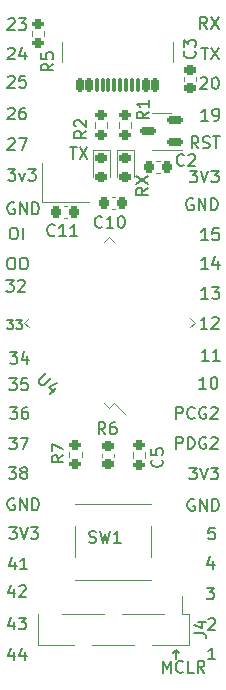
<source format=gbr>
%TF.GenerationSoftware,KiCad,Pcbnew,7.0.8*%
%TF.CreationDate,2023-11-18T20:12:02-05:00*%
%TF.ProjectId,PIC24FJ64GA004 Dev Board,50494332-3446-44a3-9634-474130303420,rev?*%
%TF.SameCoordinates,Original*%
%TF.FileFunction,Legend,Top*%
%TF.FilePolarity,Positive*%
%FSLAX46Y46*%
G04 Gerber Fmt 4.6, Leading zero omitted, Abs format (unit mm)*
G04 Created by KiCad (PCBNEW 7.0.8) date 2023-11-18 20:12:02*
%MOMM*%
%LPD*%
G01*
G04 APERTURE LIST*
G04 Aperture macros list*
%AMRoundRect*
0 Rectangle with rounded corners*
0 $1 Rounding radius*
0 $2 $3 $4 $5 $6 $7 $8 $9 X,Y pos of 4 corners*
0 Add a 4 corners polygon primitive as box body*
4,1,4,$2,$3,$4,$5,$6,$7,$8,$9,$2,$3,0*
0 Add four circle primitives for the rounded corners*
1,1,$1+$1,$2,$3*
1,1,$1+$1,$4,$5*
1,1,$1+$1,$6,$7*
1,1,$1+$1,$8,$9*
0 Add four rect primitives between the rounded corners*
20,1,$1+$1,$2,$3,$4,$5,0*
20,1,$1+$1,$4,$5,$6,$7,0*
20,1,$1+$1,$6,$7,$8,$9,0*
20,1,$1+$1,$8,$9,$2,$3,0*%
G04 Aperture macros list end*
%ADD10C,0.150000*%
%ADD11C,0.120000*%
%ADD12RoundRect,0.137500X0.521491X0.327037X0.327037X0.521491X-0.521491X-0.327037X-0.327037X-0.521491X0*%
%ADD13RoundRect,0.137500X0.521491X-0.327037X-0.327037X0.521491X-0.521491X0.327037X0.327037X-0.521491X0*%
%ADD14R,1.400000X1.200000*%
%ADD15R,1.550000X1.300000*%
%ADD16RoundRect,0.200000X0.275000X-0.200000X0.275000X0.200000X-0.275000X0.200000X-0.275000X-0.200000X0*%
%ADD17RoundRect,0.150000X0.512500X0.150000X-0.512500X0.150000X-0.512500X-0.150000X0.512500X-0.150000X0*%
%ADD18RoundRect,0.225000X-0.225000X-0.250000X0.225000X-0.250000X0.225000X0.250000X-0.225000X0.250000X0*%
%ADD19R,1.000000X2.510000*%
%ADD20RoundRect,0.218750X-0.256250X0.218750X-0.256250X-0.218750X0.256250X-0.218750X0.256250X0.218750X0*%
%ADD21RoundRect,0.150000X0.150000X0.425000X-0.150000X0.425000X-0.150000X-0.425000X0.150000X-0.425000X0*%
%ADD22RoundRect,0.075000X0.075000X0.500000X-0.075000X0.500000X-0.075000X-0.500000X0.075000X-0.500000X0*%
%ADD23O,1.000000X2.100000*%
%ADD24O,1.000000X1.800000*%
%ADD25RoundRect,0.225000X0.250000X-0.225000X0.250000X0.225000X-0.250000X0.225000X-0.250000X-0.225000X0*%
%ADD26RoundRect,0.200000X-0.275000X0.200000X-0.275000X-0.200000X0.275000X-0.200000X0.275000X0.200000X0*%
%ADD27RoundRect,0.225000X-0.250000X0.225000X-0.250000X-0.225000X0.250000X-0.225000X0.250000X0.225000X0*%
%ADD28R,1.700000X1.700000*%
%ADD29O,1.700000X1.700000*%
G04 APERTURE END LIST*
D10*
X99517200Y-111760000D02*
X99263200Y-111455200D01*
X99263200Y-111455200D02*
X99517200Y-111760000D01*
X99009200Y-111760000D02*
X99263200Y-111455200D01*
X99263200Y-111455200D02*
X99009200Y-111760000D01*
X99263200Y-112217200D02*
X99263200Y-111455200D01*
X98177579Y-113407819D02*
X98177579Y-112407819D01*
X98177579Y-112407819D02*
X98510912Y-113122104D01*
X98510912Y-113122104D02*
X98844245Y-112407819D01*
X98844245Y-112407819D02*
X98844245Y-113407819D01*
X99891864Y-113312580D02*
X99844245Y-113360200D01*
X99844245Y-113360200D02*
X99701388Y-113407819D01*
X99701388Y-113407819D02*
X99606150Y-113407819D01*
X99606150Y-113407819D02*
X99463293Y-113360200D01*
X99463293Y-113360200D02*
X99368055Y-113264961D01*
X99368055Y-113264961D02*
X99320436Y-113169723D01*
X99320436Y-113169723D02*
X99272817Y-112979247D01*
X99272817Y-112979247D02*
X99272817Y-112836390D01*
X99272817Y-112836390D02*
X99320436Y-112645914D01*
X99320436Y-112645914D02*
X99368055Y-112550676D01*
X99368055Y-112550676D02*
X99463293Y-112455438D01*
X99463293Y-112455438D02*
X99606150Y-112407819D01*
X99606150Y-112407819D02*
X99701388Y-112407819D01*
X99701388Y-112407819D02*
X99844245Y-112455438D01*
X99844245Y-112455438D02*
X99891864Y-112503057D01*
X100796626Y-113407819D02*
X100320436Y-113407819D01*
X100320436Y-113407819D02*
X100320436Y-112407819D01*
X101701388Y-113407819D02*
X101368055Y-112931628D01*
X101129960Y-113407819D02*
X101129960Y-112407819D01*
X101129960Y-112407819D02*
X101510912Y-112407819D01*
X101510912Y-112407819D02*
X101606150Y-112455438D01*
X101606150Y-112455438D02*
X101653769Y-112503057D01*
X101653769Y-112503057D02*
X101701388Y-112598295D01*
X101701388Y-112598295D02*
X101701388Y-112741152D01*
X101701388Y-112741152D02*
X101653769Y-112836390D01*
X101653769Y-112836390D02*
X101606150Y-112884009D01*
X101606150Y-112884009D02*
X101510912Y-112931628D01*
X101510912Y-112931628D02*
X101129960Y-112931628D01*
X101898607Y-58899419D02*
X101565274Y-58423228D01*
X101327179Y-58899419D02*
X101327179Y-57899419D01*
X101327179Y-57899419D02*
X101708131Y-57899419D01*
X101708131Y-57899419D02*
X101803369Y-57947038D01*
X101803369Y-57947038D02*
X101850988Y-57994657D01*
X101850988Y-57994657D02*
X101898607Y-58089895D01*
X101898607Y-58089895D02*
X101898607Y-58232752D01*
X101898607Y-58232752D02*
X101850988Y-58327990D01*
X101850988Y-58327990D02*
X101803369Y-58375609D01*
X101803369Y-58375609D02*
X101708131Y-58423228D01*
X101708131Y-58423228D02*
X101327179Y-58423228D01*
X102231941Y-57899419D02*
X102898607Y-58899419D01*
X102898607Y-57899419D02*
X102231941Y-58899419D01*
X101438322Y-60490219D02*
X102009750Y-60490219D01*
X101724036Y-61490219D02*
X101724036Y-60490219D01*
X102247846Y-60490219D02*
X102914512Y-61490219D01*
X102914512Y-60490219D02*
X102247846Y-61490219D01*
X101381160Y-63074657D02*
X101428779Y-63027038D01*
X101428779Y-63027038D02*
X101524017Y-62979419D01*
X101524017Y-62979419D02*
X101762112Y-62979419D01*
X101762112Y-62979419D02*
X101857350Y-63027038D01*
X101857350Y-63027038D02*
X101904969Y-63074657D01*
X101904969Y-63074657D02*
X101952588Y-63169895D01*
X101952588Y-63169895D02*
X101952588Y-63265133D01*
X101952588Y-63265133D02*
X101904969Y-63407990D01*
X101904969Y-63407990D02*
X101333541Y-63979419D01*
X101333541Y-63979419D02*
X101952588Y-63979419D01*
X102571636Y-62979419D02*
X102666874Y-62979419D01*
X102666874Y-62979419D02*
X102762112Y-63027038D01*
X102762112Y-63027038D02*
X102809731Y-63074657D01*
X102809731Y-63074657D02*
X102857350Y-63169895D01*
X102857350Y-63169895D02*
X102904969Y-63360371D01*
X102904969Y-63360371D02*
X102904969Y-63598466D01*
X102904969Y-63598466D02*
X102857350Y-63788942D01*
X102857350Y-63788942D02*
X102809731Y-63884180D01*
X102809731Y-63884180D02*
X102762112Y-63931800D01*
X102762112Y-63931800D02*
X102666874Y-63979419D01*
X102666874Y-63979419D02*
X102571636Y-63979419D01*
X102571636Y-63979419D02*
X102476398Y-63931800D01*
X102476398Y-63931800D02*
X102428779Y-63884180D01*
X102428779Y-63884180D02*
X102381160Y-63788942D01*
X102381160Y-63788942D02*
X102333541Y-63598466D01*
X102333541Y-63598466D02*
X102333541Y-63360371D01*
X102333541Y-63360371D02*
X102381160Y-63169895D01*
X102381160Y-63169895D02*
X102428779Y-63074657D01*
X102428779Y-63074657D02*
X102476398Y-63027038D01*
X102476398Y-63027038D02*
X102571636Y-62979419D01*
X102003388Y-66671819D02*
X101431960Y-66671819D01*
X101717674Y-66671819D02*
X101717674Y-65671819D01*
X101717674Y-65671819D02*
X101622436Y-65814676D01*
X101622436Y-65814676D02*
X101527198Y-65909914D01*
X101527198Y-65909914D02*
X101431960Y-65957533D01*
X102479579Y-66671819D02*
X102670055Y-66671819D01*
X102670055Y-66671819D02*
X102765293Y-66624200D01*
X102765293Y-66624200D02*
X102812912Y-66576580D01*
X102812912Y-66576580D02*
X102908150Y-66433723D01*
X102908150Y-66433723D02*
X102955769Y-66243247D01*
X102955769Y-66243247D02*
X102955769Y-65862295D01*
X102955769Y-65862295D02*
X102908150Y-65767057D01*
X102908150Y-65767057D02*
X102860531Y-65719438D01*
X102860531Y-65719438D02*
X102765293Y-65671819D01*
X102765293Y-65671819D02*
X102574817Y-65671819D01*
X102574817Y-65671819D02*
X102479579Y-65719438D01*
X102479579Y-65719438D02*
X102431960Y-65767057D01*
X102431960Y-65767057D02*
X102384341Y-65862295D01*
X102384341Y-65862295D02*
X102384341Y-66100390D01*
X102384341Y-66100390D02*
X102431960Y-66195628D01*
X102431960Y-66195628D02*
X102479579Y-66243247D01*
X102479579Y-66243247D02*
X102574817Y-66290866D01*
X102574817Y-66290866D02*
X102765293Y-66290866D01*
X102765293Y-66290866D02*
X102860531Y-66243247D01*
X102860531Y-66243247D02*
X102908150Y-66195628D01*
X102908150Y-66195628D02*
X102955769Y-66100390D01*
X101187407Y-69008619D02*
X100854074Y-68532428D01*
X100615979Y-69008619D02*
X100615979Y-68008619D01*
X100615979Y-68008619D02*
X100996931Y-68008619D01*
X100996931Y-68008619D02*
X101092169Y-68056238D01*
X101092169Y-68056238D02*
X101139788Y-68103857D01*
X101139788Y-68103857D02*
X101187407Y-68199095D01*
X101187407Y-68199095D02*
X101187407Y-68341952D01*
X101187407Y-68341952D02*
X101139788Y-68437190D01*
X101139788Y-68437190D02*
X101092169Y-68484809D01*
X101092169Y-68484809D02*
X100996931Y-68532428D01*
X100996931Y-68532428D02*
X100615979Y-68532428D01*
X101568360Y-68961000D02*
X101711217Y-69008619D01*
X101711217Y-69008619D02*
X101949312Y-69008619D01*
X101949312Y-69008619D02*
X102044550Y-68961000D01*
X102044550Y-68961000D02*
X102092169Y-68913380D01*
X102092169Y-68913380D02*
X102139788Y-68818142D01*
X102139788Y-68818142D02*
X102139788Y-68722904D01*
X102139788Y-68722904D02*
X102092169Y-68627666D01*
X102092169Y-68627666D02*
X102044550Y-68580047D01*
X102044550Y-68580047D02*
X101949312Y-68532428D01*
X101949312Y-68532428D02*
X101758836Y-68484809D01*
X101758836Y-68484809D02*
X101663598Y-68437190D01*
X101663598Y-68437190D02*
X101615979Y-68389571D01*
X101615979Y-68389571D02*
X101568360Y-68294333D01*
X101568360Y-68294333D02*
X101568360Y-68199095D01*
X101568360Y-68199095D02*
X101615979Y-68103857D01*
X101615979Y-68103857D02*
X101663598Y-68056238D01*
X101663598Y-68056238D02*
X101758836Y-68008619D01*
X101758836Y-68008619D02*
X101996931Y-68008619D01*
X101996931Y-68008619D02*
X102139788Y-68056238D01*
X102425503Y-68008619D02*
X102996931Y-68008619D01*
X102711217Y-69008619D02*
X102711217Y-68008619D01*
X100469941Y-70904219D02*
X101088988Y-70904219D01*
X101088988Y-70904219D02*
X100755655Y-71285171D01*
X100755655Y-71285171D02*
X100898512Y-71285171D01*
X100898512Y-71285171D02*
X100993750Y-71332790D01*
X100993750Y-71332790D02*
X101041369Y-71380409D01*
X101041369Y-71380409D02*
X101088988Y-71475647D01*
X101088988Y-71475647D02*
X101088988Y-71713742D01*
X101088988Y-71713742D02*
X101041369Y-71808980D01*
X101041369Y-71808980D02*
X100993750Y-71856600D01*
X100993750Y-71856600D02*
X100898512Y-71904219D01*
X100898512Y-71904219D02*
X100612798Y-71904219D01*
X100612798Y-71904219D02*
X100517560Y-71856600D01*
X100517560Y-71856600D02*
X100469941Y-71808980D01*
X101374703Y-70904219D02*
X101708036Y-71904219D01*
X101708036Y-71904219D02*
X102041369Y-70904219D01*
X102279465Y-70904219D02*
X102898512Y-70904219D01*
X102898512Y-70904219D02*
X102565179Y-71285171D01*
X102565179Y-71285171D02*
X102708036Y-71285171D01*
X102708036Y-71285171D02*
X102803274Y-71332790D01*
X102803274Y-71332790D02*
X102850893Y-71380409D01*
X102850893Y-71380409D02*
X102898512Y-71475647D01*
X102898512Y-71475647D02*
X102898512Y-71713742D01*
X102898512Y-71713742D02*
X102850893Y-71808980D01*
X102850893Y-71808980D02*
X102803274Y-71856600D01*
X102803274Y-71856600D02*
X102708036Y-71904219D01*
X102708036Y-71904219D02*
X102422322Y-71904219D01*
X102422322Y-71904219D02*
X102327084Y-71856600D01*
X102327084Y-71856600D02*
X102279465Y-71808980D01*
X100733388Y-73288638D02*
X100638150Y-73241019D01*
X100638150Y-73241019D02*
X100495293Y-73241019D01*
X100495293Y-73241019D02*
X100352436Y-73288638D01*
X100352436Y-73288638D02*
X100257198Y-73383876D01*
X100257198Y-73383876D02*
X100209579Y-73479114D01*
X100209579Y-73479114D02*
X100161960Y-73669590D01*
X100161960Y-73669590D02*
X100161960Y-73812447D01*
X100161960Y-73812447D02*
X100209579Y-74002923D01*
X100209579Y-74002923D02*
X100257198Y-74098161D01*
X100257198Y-74098161D02*
X100352436Y-74193400D01*
X100352436Y-74193400D02*
X100495293Y-74241019D01*
X100495293Y-74241019D02*
X100590531Y-74241019D01*
X100590531Y-74241019D02*
X100733388Y-74193400D01*
X100733388Y-74193400D02*
X100781007Y-74145780D01*
X100781007Y-74145780D02*
X100781007Y-73812447D01*
X100781007Y-73812447D02*
X100590531Y-73812447D01*
X101209579Y-74241019D02*
X101209579Y-73241019D01*
X101209579Y-73241019D02*
X101781007Y-74241019D01*
X101781007Y-74241019D02*
X101781007Y-73241019D01*
X102257198Y-74241019D02*
X102257198Y-73241019D01*
X102257198Y-73241019D02*
X102495293Y-73241019D01*
X102495293Y-73241019D02*
X102638150Y-73288638D01*
X102638150Y-73288638D02*
X102733388Y-73383876D01*
X102733388Y-73383876D02*
X102781007Y-73479114D01*
X102781007Y-73479114D02*
X102828626Y-73669590D01*
X102828626Y-73669590D02*
X102828626Y-73812447D01*
X102828626Y-73812447D02*
X102781007Y-74002923D01*
X102781007Y-74002923D02*
X102733388Y-74098161D01*
X102733388Y-74098161D02*
X102638150Y-74193400D01*
X102638150Y-74193400D02*
X102495293Y-74241019D01*
X102495293Y-74241019D02*
X102257198Y-74241019D01*
X102003388Y-76781019D02*
X101431960Y-76781019D01*
X101717674Y-76781019D02*
X101717674Y-75781019D01*
X101717674Y-75781019D02*
X101622436Y-75923876D01*
X101622436Y-75923876D02*
X101527198Y-76019114D01*
X101527198Y-76019114D02*
X101431960Y-76066733D01*
X102908150Y-75781019D02*
X102431960Y-75781019D01*
X102431960Y-75781019D02*
X102384341Y-76257209D01*
X102384341Y-76257209D02*
X102431960Y-76209590D01*
X102431960Y-76209590D02*
X102527198Y-76161971D01*
X102527198Y-76161971D02*
X102765293Y-76161971D01*
X102765293Y-76161971D02*
X102860531Y-76209590D01*
X102860531Y-76209590D02*
X102908150Y-76257209D01*
X102908150Y-76257209D02*
X102955769Y-76352447D01*
X102955769Y-76352447D02*
X102955769Y-76590542D01*
X102955769Y-76590542D02*
X102908150Y-76685780D01*
X102908150Y-76685780D02*
X102860531Y-76733400D01*
X102860531Y-76733400D02*
X102765293Y-76781019D01*
X102765293Y-76781019D02*
X102527198Y-76781019D01*
X102527198Y-76781019D02*
X102431960Y-76733400D01*
X102431960Y-76733400D02*
X102384341Y-76685780D01*
X102003388Y-79219419D02*
X101431960Y-79219419D01*
X101717674Y-79219419D02*
X101717674Y-78219419D01*
X101717674Y-78219419D02*
X101622436Y-78362276D01*
X101622436Y-78362276D02*
X101527198Y-78457514D01*
X101527198Y-78457514D02*
X101431960Y-78505133D01*
X102860531Y-78552752D02*
X102860531Y-79219419D01*
X102622436Y-78171800D02*
X102384341Y-78886085D01*
X102384341Y-78886085D02*
X103003388Y-78886085D01*
X102003388Y-81759419D02*
X101431960Y-81759419D01*
X101717674Y-81759419D02*
X101717674Y-80759419D01*
X101717674Y-80759419D02*
X101622436Y-80902276D01*
X101622436Y-80902276D02*
X101527198Y-80997514D01*
X101527198Y-80997514D02*
X101431960Y-81045133D01*
X102336722Y-80759419D02*
X102955769Y-80759419D01*
X102955769Y-80759419D02*
X102622436Y-81140371D01*
X102622436Y-81140371D02*
X102765293Y-81140371D01*
X102765293Y-81140371D02*
X102860531Y-81187990D01*
X102860531Y-81187990D02*
X102908150Y-81235609D01*
X102908150Y-81235609D02*
X102955769Y-81330847D01*
X102955769Y-81330847D02*
X102955769Y-81568942D01*
X102955769Y-81568942D02*
X102908150Y-81664180D01*
X102908150Y-81664180D02*
X102860531Y-81711800D01*
X102860531Y-81711800D02*
X102765293Y-81759419D01*
X102765293Y-81759419D02*
X102479579Y-81759419D01*
X102479579Y-81759419D02*
X102384341Y-81711800D01*
X102384341Y-81711800D02*
X102336722Y-81664180D01*
X101952588Y-84299419D02*
X101381160Y-84299419D01*
X101666874Y-84299419D02*
X101666874Y-83299419D01*
X101666874Y-83299419D02*
X101571636Y-83442276D01*
X101571636Y-83442276D02*
X101476398Y-83537514D01*
X101476398Y-83537514D02*
X101381160Y-83585133D01*
X102333541Y-83394657D02*
X102381160Y-83347038D01*
X102381160Y-83347038D02*
X102476398Y-83299419D01*
X102476398Y-83299419D02*
X102714493Y-83299419D01*
X102714493Y-83299419D02*
X102809731Y-83347038D01*
X102809731Y-83347038D02*
X102857350Y-83394657D01*
X102857350Y-83394657D02*
X102904969Y-83489895D01*
X102904969Y-83489895D02*
X102904969Y-83585133D01*
X102904969Y-83585133D02*
X102857350Y-83727990D01*
X102857350Y-83727990D02*
X102285922Y-84299419D01*
X102285922Y-84299419D02*
X102904969Y-84299419D01*
X102054188Y-86991819D02*
X101482760Y-86991819D01*
X101768474Y-86991819D02*
X101768474Y-85991819D01*
X101768474Y-85991819D02*
X101673236Y-86134676D01*
X101673236Y-86134676D02*
X101577998Y-86229914D01*
X101577998Y-86229914D02*
X101482760Y-86277533D01*
X103006569Y-86991819D02*
X102435141Y-86991819D01*
X102720855Y-86991819D02*
X102720855Y-85991819D01*
X102720855Y-85991819D02*
X102625617Y-86134676D01*
X102625617Y-86134676D02*
X102530379Y-86229914D01*
X102530379Y-86229914D02*
X102435141Y-86277533D01*
X101850988Y-89379419D02*
X101279560Y-89379419D01*
X101565274Y-89379419D02*
X101565274Y-88379419D01*
X101565274Y-88379419D02*
X101470036Y-88522276D01*
X101470036Y-88522276D02*
X101374798Y-88617514D01*
X101374798Y-88617514D02*
X101279560Y-88665133D01*
X102470036Y-88379419D02*
X102565274Y-88379419D01*
X102565274Y-88379419D02*
X102660512Y-88427038D01*
X102660512Y-88427038D02*
X102708131Y-88474657D01*
X102708131Y-88474657D02*
X102755750Y-88569895D01*
X102755750Y-88569895D02*
X102803369Y-88760371D01*
X102803369Y-88760371D02*
X102803369Y-88998466D01*
X102803369Y-88998466D02*
X102755750Y-89188942D01*
X102755750Y-89188942D02*
X102708131Y-89284180D01*
X102708131Y-89284180D02*
X102660512Y-89331800D01*
X102660512Y-89331800D02*
X102565274Y-89379419D01*
X102565274Y-89379419D02*
X102470036Y-89379419D01*
X102470036Y-89379419D02*
X102374798Y-89331800D01*
X102374798Y-89331800D02*
X102327179Y-89284180D01*
X102327179Y-89284180D02*
X102279560Y-89188942D01*
X102279560Y-89188942D02*
X102231941Y-88998466D01*
X102231941Y-88998466D02*
X102231941Y-88760371D01*
X102231941Y-88760371D02*
X102279560Y-88569895D01*
X102279560Y-88569895D02*
X102327179Y-88474657D01*
X102327179Y-88474657D02*
X102374798Y-88427038D01*
X102374798Y-88427038D02*
X102470036Y-88379419D01*
X99295179Y-91919419D02*
X99295179Y-90919419D01*
X99295179Y-90919419D02*
X99676131Y-90919419D01*
X99676131Y-90919419D02*
X99771369Y-90967038D01*
X99771369Y-90967038D02*
X99818988Y-91014657D01*
X99818988Y-91014657D02*
X99866607Y-91109895D01*
X99866607Y-91109895D02*
X99866607Y-91252752D01*
X99866607Y-91252752D02*
X99818988Y-91347990D01*
X99818988Y-91347990D02*
X99771369Y-91395609D01*
X99771369Y-91395609D02*
X99676131Y-91443228D01*
X99676131Y-91443228D02*
X99295179Y-91443228D01*
X100866607Y-91824180D02*
X100818988Y-91871800D01*
X100818988Y-91871800D02*
X100676131Y-91919419D01*
X100676131Y-91919419D02*
X100580893Y-91919419D01*
X100580893Y-91919419D02*
X100438036Y-91871800D01*
X100438036Y-91871800D02*
X100342798Y-91776561D01*
X100342798Y-91776561D02*
X100295179Y-91681323D01*
X100295179Y-91681323D02*
X100247560Y-91490847D01*
X100247560Y-91490847D02*
X100247560Y-91347990D01*
X100247560Y-91347990D02*
X100295179Y-91157514D01*
X100295179Y-91157514D02*
X100342798Y-91062276D01*
X100342798Y-91062276D02*
X100438036Y-90967038D01*
X100438036Y-90967038D02*
X100580893Y-90919419D01*
X100580893Y-90919419D02*
X100676131Y-90919419D01*
X100676131Y-90919419D02*
X100818988Y-90967038D01*
X100818988Y-90967038D02*
X100866607Y-91014657D01*
X101818988Y-90967038D02*
X101723750Y-90919419D01*
X101723750Y-90919419D02*
X101580893Y-90919419D01*
X101580893Y-90919419D02*
X101438036Y-90967038D01*
X101438036Y-90967038D02*
X101342798Y-91062276D01*
X101342798Y-91062276D02*
X101295179Y-91157514D01*
X101295179Y-91157514D02*
X101247560Y-91347990D01*
X101247560Y-91347990D02*
X101247560Y-91490847D01*
X101247560Y-91490847D02*
X101295179Y-91681323D01*
X101295179Y-91681323D02*
X101342798Y-91776561D01*
X101342798Y-91776561D02*
X101438036Y-91871800D01*
X101438036Y-91871800D02*
X101580893Y-91919419D01*
X101580893Y-91919419D02*
X101676131Y-91919419D01*
X101676131Y-91919419D02*
X101818988Y-91871800D01*
X101818988Y-91871800D02*
X101866607Y-91824180D01*
X101866607Y-91824180D02*
X101866607Y-91490847D01*
X101866607Y-91490847D02*
X101676131Y-91490847D01*
X102247560Y-91014657D02*
X102295179Y-90967038D01*
X102295179Y-90967038D02*
X102390417Y-90919419D01*
X102390417Y-90919419D02*
X102628512Y-90919419D01*
X102628512Y-90919419D02*
X102723750Y-90967038D01*
X102723750Y-90967038D02*
X102771369Y-91014657D01*
X102771369Y-91014657D02*
X102818988Y-91109895D01*
X102818988Y-91109895D02*
X102818988Y-91205133D01*
X102818988Y-91205133D02*
X102771369Y-91347990D01*
X102771369Y-91347990D02*
X102199941Y-91919419D01*
X102199941Y-91919419D02*
X102818988Y-91919419D01*
X99295179Y-94459419D02*
X99295179Y-93459419D01*
X99295179Y-93459419D02*
X99676131Y-93459419D01*
X99676131Y-93459419D02*
X99771369Y-93507038D01*
X99771369Y-93507038D02*
X99818988Y-93554657D01*
X99818988Y-93554657D02*
X99866607Y-93649895D01*
X99866607Y-93649895D02*
X99866607Y-93792752D01*
X99866607Y-93792752D02*
X99818988Y-93887990D01*
X99818988Y-93887990D02*
X99771369Y-93935609D01*
X99771369Y-93935609D02*
X99676131Y-93983228D01*
X99676131Y-93983228D02*
X99295179Y-93983228D01*
X100295179Y-94459419D02*
X100295179Y-93459419D01*
X100295179Y-93459419D02*
X100533274Y-93459419D01*
X100533274Y-93459419D02*
X100676131Y-93507038D01*
X100676131Y-93507038D02*
X100771369Y-93602276D01*
X100771369Y-93602276D02*
X100818988Y-93697514D01*
X100818988Y-93697514D02*
X100866607Y-93887990D01*
X100866607Y-93887990D02*
X100866607Y-94030847D01*
X100866607Y-94030847D02*
X100818988Y-94221323D01*
X100818988Y-94221323D02*
X100771369Y-94316561D01*
X100771369Y-94316561D02*
X100676131Y-94411800D01*
X100676131Y-94411800D02*
X100533274Y-94459419D01*
X100533274Y-94459419D02*
X100295179Y-94459419D01*
X101818988Y-93507038D02*
X101723750Y-93459419D01*
X101723750Y-93459419D02*
X101580893Y-93459419D01*
X101580893Y-93459419D02*
X101438036Y-93507038D01*
X101438036Y-93507038D02*
X101342798Y-93602276D01*
X101342798Y-93602276D02*
X101295179Y-93697514D01*
X101295179Y-93697514D02*
X101247560Y-93887990D01*
X101247560Y-93887990D02*
X101247560Y-94030847D01*
X101247560Y-94030847D02*
X101295179Y-94221323D01*
X101295179Y-94221323D02*
X101342798Y-94316561D01*
X101342798Y-94316561D02*
X101438036Y-94411800D01*
X101438036Y-94411800D02*
X101580893Y-94459419D01*
X101580893Y-94459419D02*
X101676131Y-94459419D01*
X101676131Y-94459419D02*
X101818988Y-94411800D01*
X101818988Y-94411800D02*
X101866607Y-94364180D01*
X101866607Y-94364180D02*
X101866607Y-94030847D01*
X101866607Y-94030847D02*
X101676131Y-94030847D01*
X102247560Y-93554657D02*
X102295179Y-93507038D01*
X102295179Y-93507038D02*
X102390417Y-93459419D01*
X102390417Y-93459419D02*
X102628512Y-93459419D01*
X102628512Y-93459419D02*
X102723750Y-93507038D01*
X102723750Y-93507038D02*
X102771369Y-93554657D01*
X102771369Y-93554657D02*
X102818988Y-93649895D01*
X102818988Y-93649895D02*
X102818988Y-93745133D01*
X102818988Y-93745133D02*
X102771369Y-93887990D01*
X102771369Y-93887990D02*
X102199941Y-94459419D01*
X102199941Y-94459419D02*
X102818988Y-94459419D01*
X100419141Y-96050219D02*
X101038188Y-96050219D01*
X101038188Y-96050219D02*
X100704855Y-96431171D01*
X100704855Y-96431171D02*
X100847712Y-96431171D01*
X100847712Y-96431171D02*
X100942950Y-96478790D01*
X100942950Y-96478790D02*
X100990569Y-96526409D01*
X100990569Y-96526409D02*
X101038188Y-96621647D01*
X101038188Y-96621647D02*
X101038188Y-96859742D01*
X101038188Y-96859742D02*
X100990569Y-96954980D01*
X100990569Y-96954980D02*
X100942950Y-97002600D01*
X100942950Y-97002600D02*
X100847712Y-97050219D01*
X100847712Y-97050219D02*
X100561998Y-97050219D01*
X100561998Y-97050219D02*
X100466760Y-97002600D01*
X100466760Y-97002600D02*
X100419141Y-96954980D01*
X101323903Y-96050219D02*
X101657236Y-97050219D01*
X101657236Y-97050219D02*
X101990569Y-96050219D01*
X102228665Y-96050219D02*
X102847712Y-96050219D01*
X102847712Y-96050219D02*
X102514379Y-96431171D01*
X102514379Y-96431171D02*
X102657236Y-96431171D01*
X102657236Y-96431171D02*
X102752474Y-96478790D01*
X102752474Y-96478790D02*
X102800093Y-96526409D01*
X102800093Y-96526409D02*
X102847712Y-96621647D01*
X102847712Y-96621647D02*
X102847712Y-96859742D01*
X102847712Y-96859742D02*
X102800093Y-96954980D01*
X102800093Y-96954980D02*
X102752474Y-97002600D01*
X102752474Y-97002600D02*
X102657236Y-97050219D01*
X102657236Y-97050219D02*
X102371522Y-97050219D01*
X102371522Y-97050219D02*
X102276284Y-97002600D01*
X102276284Y-97002600D02*
X102228665Y-96954980D01*
X100834988Y-98739438D02*
X100739750Y-98691819D01*
X100739750Y-98691819D02*
X100596893Y-98691819D01*
X100596893Y-98691819D02*
X100454036Y-98739438D01*
X100454036Y-98739438D02*
X100358798Y-98834676D01*
X100358798Y-98834676D02*
X100311179Y-98929914D01*
X100311179Y-98929914D02*
X100263560Y-99120390D01*
X100263560Y-99120390D02*
X100263560Y-99263247D01*
X100263560Y-99263247D02*
X100311179Y-99453723D01*
X100311179Y-99453723D02*
X100358798Y-99548961D01*
X100358798Y-99548961D02*
X100454036Y-99644200D01*
X100454036Y-99644200D02*
X100596893Y-99691819D01*
X100596893Y-99691819D02*
X100692131Y-99691819D01*
X100692131Y-99691819D02*
X100834988Y-99644200D01*
X100834988Y-99644200D02*
X100882607Y-99596580D01*
X100882607Y-99596580D02*
X100882607Y-99263247D01*
X100882607Y-99263247D02*
X100692131Y-99263247D01*
X101311179Y-99691819D02*
X101311179Y-98691819D01*
X101311179Y-98691819D02*
X101882607Y-99691819D01*
X101882607Y-99691819D02*
X101882607Y-98691819D01*
X102358798Y-99691819D02*
X102358798Y-98691819D01*
X102358798Y-98691819D02*
X102596893Y-98691819D01*
X102596893Y-98691819D02*
X102739750Y-98739438D01*
X102739750Y-98739438D02*
X102834988Y-98834676D01*
X102834988Y-98834676D02*
X102882607Y-98929914D01*
X102882607Y-98929914D02*
X102930226Y-99120390D01*
X102930226Y-99120390D02*
X102930226Y-99263247D01*
X102930226Y-99263247D02*
X102882607Y-99453723D01*
X102882607Y-99453723D02*
X102834988Y-99548961D01*
X102834988Y-99548961D02*
X102739750Y-99644200D01*
X102739750Y-99644200D02*
X102596893Y-99691819D01*
X102596893Y-99691819D02*
X102358798Y-99691819D01*
X102565369Y-101130219D02*
X102089179Y-101130219D01*
X102089179Y-101130219D02*
X102041560Y-101606409D01*
X102041560Y-101606409D02*
X102089179Y-101558790D01*
X102089179Y-101558790D02*
X102184417Y-101511171D01*
X102184417Y-101511171D02*
X102422512Y-101511171D01*
X102422512Y-101511171D02*
X102517750Y-101558790D01*
X102517750Y-101558790D02*
X102565369Y-101606409D01*
X102565369Y-101606409D02*
X102612988Y-101701647D01*
X102612988Y-101701647D02*
X102612988Y-101939742D01*
X102612988Y-101939742D02*
X102565369Y-102034980D01*
X102565369Y-102034980D02*
X102517750Y-102082600D01*
X102517750Y-102082600D02*
X102422512Y-102130219D01*
X102422512Y-102130219D02*
X102184417Y-102130219D01*
X102184417Y-102130219D02*
X102089179Y-102082600D01*
X102089179Y-102082600D02*
X102041560Y-102034980D01*
X102416150Y-103952752D02*
X102416150Y-104619419D01*
X102178055Y-103571800D02*
X101939960Y-104286085D01*
X101939960Y-104286085D02*
X102559007Y-104286085D01*
X101892341Y-106210219D02*
X102511388Y-106210219D01*
X102511388Y-106210219D02*
X102178055Y-106591171D01*
X102178055Y-106591171D02*
X102320912Y-106591171D01*
X102320912Y-106591171D02*
X102416150Y-106638790D01*
X102416150Y-106638790D02*
X102463769Y-106686409D01*
X102463769Y-106686409D02*
X102511388Y-106781647D01*
X102511388Y-106781647D02*
X102511388Y-107019742D01*
X102511388Y-107019742D02*
X102463769Y-107114980D01*
X102463769Y-107114980D02*
X102416150Y-107162600D01*
X102416150Y-107162600D02*
X102320912Y-107210219D01*
X102320912Y-107210219D02*
X102035198Y-107210219D01*
X102035198Y-107210219D02*
X101939960Y-107162600D01*
X101939960Y-107162600D02*
X101892341Y-107114980D01*
X102041560Y-108896257D02*
X102089179Y-108848638D01*
X102089179Y-108848638D02*
X102184417Y-108801019D01*
X102184417Y-108801019D02*
X102422512Y-108801019D01*
X102422512Y-108801019D02*
X102517750Y-108848638D01*
X102517750Y-108848638D02*
X102565369Y-108896257D01*
X102565369Y-108896257D02*
X102612988Y-108991495D01*
X102612988Y-108991495D02*
X102612988Y-109086733D01*
X102612988Y-109086733D02*
X102565369Y-109229590D01*
X102565369Y-109229590D02*
X101993941Y-109801019D01*
X101993941Y-109801019D02*
X102612988Y-109801019D01*
X102612988Y-112290219D02*
X102041560Y-112290219D01*
X102327274Y-112290219D02*
X102327274Y-111290219D01*
X102327274Y-111290219D02*
X102232036Y-111433076D01*
X102232036Y-111433076D02*
X102136798Y-111528314D01*
X102136798Y-111528314D02*
X102041560Y-111575933D01*
X85550550Y-111674352D02*
X85550550Y-112341019D01*
X85312455Y-111293400D02*
X85074360Y-112007685D01*
X85074360Y-112007685D02*
X85693407Y-112007685D01*
X86502931Y-111674352D02*
X86502931Y-112341019D01*
X86264836Y-111293400D02*
X86026741Y-112007685D01*
X86026741Y-112007685D02*
X86645788Y-112007685D01*
X85550550Y-109083552D02*
X85550550Y-109750219D01*
X85312455Y-108702600D02*
X85074360Y-109416885D01*
X85074360Y-109416885D02*
X85693407Y-109416885D01*
X85979122Y-108750219D02*
X86598169Y-108750219D01*
X86598169Y-108750219D02*
X86264836Y-109131171D01*
X86264836Y-109131171D02*
X86407693Y-109131171D01*
X86407693Y-109131171D02*
X86502931Y-109178790D01*
X86502931Y-109178790D02*
X86550550Y-109226409D01*
X86550550Y-109226409D02*
X86598169Y-109321647D01*
X86598169Y-109321647D02*
X86598169Y-109559742D01*
X86598169Y-109559742D02*
X86550550Y-109654980D01*
X86550550Y-109654980D02*
X86502931Y-109702600D01*
X86502931Y-109702600D02*
X86407693Y-109750219D01*
X86407693Y-109750219D02*
X86121979Y-109750219D01*
X86121979Y-109750219D02*
X86026741Y-109702600D01*
X86026741Y-109702600D02*
X85979122Y-109654980D01*
X85550550Y-106340352D02*
X85550550Y-107007019D01*
X85312455Y-105959400D02*
X85074360Y-106673685D01*
X85074360Y-106673685D02*
X85693407Y-106673685D01*
X86026741Y-106102257D02*
X86074360Y-106054638D01*
X86074360Y-106054638D02*
X86169598Y-106007019D01*
X86169598Y-106007019D02*
X86407693Y-106007019D01*
X86407693Y-106007019D02*
X86502931Y-106054638D01*
X86502931Y-106054638D02*
X86550550Y-106102257D01*
X86550550Y-106102257D02*
X86598169Y-106197495D01*
X86598169Y-106197495D02*
X86598169Y-106292733D01*
X86598169Y-106292733D02*
X86550550Y-106435590D01*
X86550550Y-106435590D02*
X85979122Y-107007019D01*
X85979122Y-107007019D02*
X86598169Y-107007019D01*
X85652150Y-104003552D02*
X85652150Y-104670219D01*
X85414055Y-103622600D02*
X85175960Y-104336885D01*
X85175960Y-104336885D02*
X85795007Y-104336885D01*
X86699769Y-104670219D02*
X86128341Y-104670219D01*
X86414055Y-104670219D02*
X86414055Y-103670219D01*
X86414055Y-103670219D02*
X86318817Y-103813076D01*
X86318817Y-103813076D02*
X86223579Y-103908314D01*
X86223579Y-103908314D02*
X86128341Y-103955933D01*
X85179141Y-101079419D02*
X85798188Y-101079419D01*
X85798188Y-101079419D02*
X85464855Y-101460371D01*
X85464855Y-101460371D02*
X85607712Y-101460371D01*
X85607712Y-101460371D02*
X85702950Y-101507990D01*
X85702950Y-101507990D02*
X85750569Y-101555609D01*
X85750569Y-101555609D02*
X85798188Y-101650847D01*
X85798188Y-101650847D02*
X85798188Y-101888942D01*
X85798188Y-101888942D02*
X85750569Y-101984180D01*
X85750569Y-101984180D02*
X85702950Y-102031800D01*
X85702950Y-102031800D02*
X85607712Y-102079419D01*
X85607712Y-102079419D02*
X85321998Y-102079419D01*
X85321998Y-102079419D02*
X85226760Y-102031800D01*
X85226760Y-102031800D02*
X85179141Y-101984180D01*
X86083903Y-101079419D02*
X86417236Y-102079419D01*
X86417236Y-102079419D02*
X86750569Y-101079419D01*
X86988665Y-101079419D02*
X87607712Y-101079419D01*
X87607712Y-101079419D02*
X87274379Y-101460371D01*
X87274379Y-101460371D02*
X87417236Y-101460371D01*
X87417236Y-101460371D02*
X87512474Y-101507990D01*
X87512474Y-101507990D02*
X87560093Y-101555609D01*
X87560093Y-101555609D02*
X87607712Y-101650847D01*
X87607712Y-101650847D02*
X87607712Y-101888942D01*
X87607712Y-101888942D02*
X87560093Y-101984180D01*
X87560093Y-101984180D02*
X87512474Y-102031800D01*
X87512474Y-102031800D02*
X87417236Y-102079419D01*
X87417236Y-102079419D02*
X87131522Y-102079419D01*
X87131522Y-102079419D02*
X87036284Y-102031800D01*
X87036284Y-102031800D02*
X86988665Y-101984180D01*
X85594988Y-98688638D02*
X85499750Y-98641019D01*
X85499750Y-98641019D02*
X85356893Y-98641019D01*
X85356893Y-98641019D02*
X85214036Y-98688638D01*
X85214036Y-98688638D02*
X85118798Y-98783876D01*
X85118798Y-98783876D02*
X85071179Y-98879114D01*
X85071179Y-98879114D02*
X85023560Y-99069590D01*
X85023560Y-99069590D02*
X85023560Y-99212447D01*
X85023560Y-99212447D02*
X85071179Y-99402923D01*
X85071179Y-99402923D02*
X85118798Y-99498161D01*
X85118798Y-99498161D02*
X85214036Y-99593400D01*
X85214036Y-99593400D02*
X85356893Y-99641019D01*
X85356893Y-99641019D02*
X85452131Y-99641019D01*
X85452131Y-99641019D02*
X85594988Y-99593400D01*
X85594988Y-99593400D02*
X85642607Y-99545780D01*
X85642607Y-99545780D02*
X85642607Y-99212447D01*
X85642607Y-99212447D02*
X85452131Y-99212447D01*
X86071179Y-99641019D02*
X86071179Y-98641019D01*
X86071179Y-98641019D02*
X86642607Y-99641019D01*
X86642607Y-99641019D02*
X86642607Y-98641019D01*
X87118798Y-99641019D02*
X87118798Y-98641019D01*
X87118798Y-98641019D02*
X87356893Y-98641019D01*
X87356893Y-98641019D02*
X87499750Y-98688638D01*
X87499750Y-98688638D02*
X87594988Y-98783876D01*
X87594988Y-98783876D02*
X87642607Y-98879114D01*
X87642607Y-98879114D02*
X87690226Y-99069590D01*
X87690226Y-99069590D02*
X87690226Y-99212447D01*
X87690226Y-99212447D02*
X87642607Y-99402923D01*
X87642607Y-99402923D02*
X87594988Y-99498161D01*
X87594988Y-99498161D02*
X87499750Y-99593400D01*
X87499750Y-99593400D02*
X87356893Y-99641019D01*
X87356893Y-99641019D02*
X87118798Y-99641019D01*
X85128341Y-95999419D02*
X85747388Y-95999419D01*
X85747388Y-95999419D02*
X85414055Y-96380371D01*
X85414055Y-96380371D02*
X85556912Y-96380371D01*
X85556912Y-96380371D02*
X85652150Y-96427990D01*
X85652150Y-96427990D02*
X85699769Y-96475609D01*
X85699769Y-96475609D02*
X85747388Y-96570847D01*
X85747388Y-96570847D02*
X85747388Y-96808942D01*
X85747388Y-96808942D02*
X85699769Y-96904180D01*
X85699769Y-96904180D02*
X85652150Y-96951800D01*
X85652150Y-96951800D02*
X85556912Y-96999419D01*
X85556912Y-96999419D02*
X85271198Y-96999419D01*
X85271198Y-96999419D02*
X85175960Y-96951800D01*
X85175960Y-96951800D02*
X85128341Y-96904180D01*
X86318817Y-96427990D02*
X86223579Y-96380371D01*
X86223579Y-96380371D02*
X86175960Y-96332752D01*
X86175960Y-96332752D02*
X86128341Y-96237514D01*
X86128341Y-96237514D02*
X86128341Y-96189895D01*
X86128341Y-96189895D02*
X86175960Y-96094657D01*
X86175960Y-96094657D02*
X86223579Y-96047038D01*
X86223579Y-96047038D02*
X86318817Y-95999419D01*
X86318817Y-95999419D02*
X86509293Y-95999419D01*
X86509293Y-95999419D02*
X86604531Y-96047038D01*
X86604531Y-96047038D02*
X86652150Y-96094657D01*
X86652150Y-96094657D02*
X86699769Y-96189895D01*
X86699769Y-96189895D02*
X86699769Y-96237514D01*
X86699769Y-96237514D02*
X86652150Y-96332752D01*
X86652150Y-96332752D02*
X86604531Y-96380371D01*
X86604531Y-96380371D02*
X86509293Y-96427990D01*
X86509293Y-96427990D02*
X86318817Y-96427990D01*
X86318817Y-96427990D02*
X86223579Y-96475609D01*
X86223579Y-96475609D02*
X86175960Y-96523228D01*
X86175960Y-96523228D02*
X86128341Y-96618466D01*
X86128341Y-96618466D02*
X86128341Y-96808942D01*
X86128341Y-96808942D02*
X86175960Y-96904180D01*
X86175960Y-96904180D02*
X86223579Y-96951800D01*
X86223579Y-96951800D02*
X86318817Y-96999419D01*
X86318817Y-96999419D02*
X86509293Y-96999419D01*
X86509293Y-96999419D02*
X86604531Y-96951800D01*
X86604531Y-96951800D02*
X86652150Y-96904180D01*
X86652150Y-96904180D02*
X86699769Y-96808942D01*
X86699769Y-96808942D02*
X86699769Y-96618466D01*
X86699769Y-96618466D02*
X86652150Y-96523228D01*
X86652150Y-96523228D02*
X86604531Y-96475609D01*
X86604531Y-96475609D02*
X86509293Y-96427990D01*
X85179141Y-93510219D02*
X85798188Y-93510219D01*
X85798188Y-93510219D02*
X85464855Y-93891171D01*
X85464855Y-93891171D02*
X85607712Y-93891171D01*
X85607712Y-93891171D02*
X85702950Y-93938790D01*
X85702950Y-93938790D02*
X85750569Y-93986409D01*
X85750569Y-93986409D02*
X85798188Y-94081647D01*
X85798188Y-94081647D02*
X85798188Y-94319742D01*
X85798188Y-94319742D02*
X85750569Y-94414980D01*
X85750569Y-94414980D02*
X85702950Y-94462600D01*
X85702950Y-94462600D02*
X85607712Y-94510219D01*
X85607712Y-94510219D02*
X85321998Y-94510219D01*
X85321998Y-94510219D02*
X85226760Y-94462600D01*
X85226760Y-94462600D02*
X85179141Y-94414980D01*
X86131522Y-93510219D02*
X86798188Y-93510219D01*
X86798188Y-93510219D02*
X86369617Y-94510219D01*
X85229941Y-90919419D02*
X85848988Y-90919419D01*
X85848988Y-90919419D02*
X85515655Y-91300371D01*
X85515655Y-91300371D02*
X85658512Y-91300371D01*
X85658512Y-91300371D02*
X85753750Y-91347990D01*
X85753750Y-91347990D02*
X85801369Y-91395609D01*
X85801369Y-91395609D02*
X85848988Y-91490847D01*
X85848988Y-91490847D02*
X85848988Y-91728942D01*
X85848988Y-91728942D02*
X85801369Y-91824180D01*
X85801369Y-91824180D02*
X85753750Y-91871800D01*
X85753750Y-91871800D02*
X85658512Y-91919419D01*
X85658512Y-91919419D02*
X85372798Y-91919419D01*
X85372798Y-91919419D02*
X85277560Y-91871800D01*
X85277560Y-91871800D02*
X85229941Y-91824180D01*
X86706131Y-90919419D02*
X86515655Y-90919419D01*
X86515655Y-90919419D02*
X86420417Y-90967038D01*
X86420417Y-90967038D02*
X86372798Y-91014657D01*
X86372798Y-91014657D02*
X86277560Y-91157514D01*
X86277560Y-91157514D02*
X86229941Y-91347990D01*
X86229941Y-91347990D02*
X86229941Y-91728942D01*
X86229941Y-91728942D02*
X86277560Y-91824180D01*
X86277560Y-91824180D02*
X86325179Y-91871800D01*
X86325179Y-91871800D02*
X86420417Y-91919419D01*
X86420417Y-91919419D02*
X86610893Y-91919419D01*
X86610893Y-91919419D02*
X86706131Y-91871800D01*
X86706131Y-91871800D02*
X86753750Y-91824180D01*
X86753750Y-91824180D02*
X86801369Y-91728942D01*
X86801369Y-91728942D02*
X86801369Y-91490847D01*
X86801369Y-91490847D02*
X86753750Y-91395609D01*
X86753750Y-91395609D02*
X86706131Y-91347990D01*
X86706131Y-91347990D02*
X86610893Y-91300371D01*
X86610893Y-91300371D02*
X86420417Y-91300371D01*
X86420417Y-91300371D02*
X86325179Y-91347990D01*
X86325179Y-91347990D02*
X86277560Y-91395609D01*
X86277560Y-91395609D02*
X86229941Y-91490847D01*
X85179141Y-88481019D02*
X85798188Y-88481019D01*
X85798188Y-88481019D02*
X85464855Y-88861971D01*
X85464855Y-88861971D02*
X85607712Y-88861971D01*
X85607712Y-88861971D02*
X85702950Y-88909590D01*
X85702950Y-88909590D02*
X85750569Y-88957209D01*
X85750569Y-88957209D02*
X85798188Y-89052447D01*
X85798188Y-89052447D02*
X85798188Y-89290542D01*
X85798188Y-89290542D02*
X85750569Y-89385780D01*
X85750569Y-89385780D02*
X85702950Y-89433400D01*
X85702950Y-89433400D02*
X85607712Y-89481019D01*
X85607712Y-89481019D02*
X85321998Y-89481019D01*
X85321998Y-89481019D02*
X85226760Y-89433400D01*
X85226760Y-89433400D02*
X85179141Y-89385780D01*
X86702950Y-88481019D02*
X86226760Y-88481019D01*
X86226760Y-88481019D02*
X86179141Y-88957209D01*
X86179141Y-88957209D02*
X86226760Y-88909590D01*
X86226760Y-88909590D02*
X86321998Y-88861971D01*
X86321998Y-88861971D02*
X86560093Y-88861971D01*
X86560093Y-88861971D02*
X86655331Y-88909590D01*
X86655331Y-88909590D02*
X86702950Y-88957209D01*
X86702950Y-88957209D02*
X86750569Y-89052447D01*
X86750569Y-89052447D02*
X86750569Y-89290542D01*
X86750569Y-89290542D02*
X86702950Y-89385780D01*
X86702950Y-89385780D02*
X86655331Y-89433400D01*
X86655331Y-89433400D02*
X86560093Y-89481019D01*
X86560093Y-89481019D02*
X86321998Y-89481019D01*
X86321998Y-89481019D02*
X86226760Y-89433400D01*
X86226760Y-89433400D02*
X86179141Y-89385780D01*
X85229941Y-86245819D02*
X85848988Y-86245819D01*
X85848988Y-86245819D02*
X85515655Y-86626771D01*
X85515655Y-86626771D02*
X85658512Y-86626771D01*
X85658512Y-86626771D02*
X85753750Y-86674390D01*
X85753750Y-86674390D02*
X85801369Y-86722009D01*
X85801369Y-86722009D02*
X85848988Y-86817247D01*
X85848988Y-86817247D02*
X85848988Y-87055342D01*
X85848988Y-87055342D02*
X85801369Y-87150580D01*
X85801369Y-87150580D02*
X85753750Y-87198200D01*
X85753750Y-87198200D02*
X85658512Y-87245819D01*
X85658512Y-87245819D02*
X85372798Y-87245819D01*
X85372798Y-87245819D02*
X85277560Y-87198200D01*
X85277560Y-87198200D02*
X85229941Y-87150580D01*
X86706131Y-86579152D02*
X86706131Y-87245819D01*
X86468036Y-86198200D02*
X86229941Y-86912485D01*
X86229941Y-86912485D02*
X86848988Y-86912485D01*
X84998169Y-83523895D02*
X85493407Y-83523895D01*
X85493407Y-83523895D02*
X85226741Y-83828657D01*
X85226741Y-83828657D02*
X85341026Y-83828657D01*
X85341026Y-83828657D02*
X85417217Y-83866752D01*
X85417217Y-83866752D02*
X85455312Y-83904847D01*
X85455312Y-83904847D02*
X85493407Y-83981038D01*
X85493407Y-83981038D02*
X85493407Y-84171514D01*
X85493407Y-84171514D02*
X85455312Y-84247704D01*
X85455312Y-84247704D02*
X85417217Y-84285800D01*
X85417217Y-84285800D02*
X85341026Y-84323895D01*
X85341026Y-84323895D02*
X85112455Y-84323895D01*
X85112455Y-84323895D02*
X85036264Y-84285800D01*
X85036264Y-84285800D02*
X84998169Y-84247704D01*
X85760074Y-83523895D02*
X86255312Y-83523895D01*
X86255312Y-83523895D02*
X85988646Y-83828657D01*
X85988646Y-83828657D02*
X86102931Y-83828657D01*
X86102931Y-83828657D02*
X86179122Y-83866752D01*
X86179122Y-83866752D02*
X86217217Y-83904847D01*
X86217217Y-83904847D02*
X86255312Y-83981038D01*
X86255312Y-83981038D02*
X86255312Y-84171514D01*
X86255312Y-84171514D02*
X86217217Y-84247704D01*
X86217217Y-84247704D02*
X86179122Y-84285800D01*
X86179122Y-84285800D02*
X86102931Y-84323895D01*
X86102931Y-84323895D02*
X85874360Y-84323895D01*
X85874360Y-84323895D02*
X85798169Y-84285800D01*
X85798169Y-84285800D02*
X85760074Y-84247704D01*
X84925141Y-80149819D02*
X85544188Y-80149819D01*
X85544188Y-80149819D02*
X85210855Y-80530771D01*
X85210855Y-80530771D02*
X85353712Y-80530771D01*
X85353712Y-80530771D02*
X85448950Y-80578390D01*
X85448950Y-80578390D02*
X85496569Y-80626009D01*
X85496569Y-80626009D02*
X85544188Y-80721247D01*
X85544188Y-80721247D02*
X85544188Y-80959342D01*
X85544188Y-80959342D02*
X85496569Y-81054580D01*
X85496569Y-81054580D02*
X85448950Y-81102200D01*
X85448950Y-81102200D02*
X85353712Y-81149819D01*
X85353712Y-81149819D02*
X85067998Y-81149819D01*
X85067998Y-81149819D02*
X84972760Y-81102200D01*
X84972760Y-81102200D02*
X84925141Y-81054580D01*
X85925141Y-80245057D02*
X85972760Y-80197438D01*
X85972760Y-80197438D02*
X86067998Y-80149819D01*
X86067998Y-80149819D02*
X86306093Y-80149819D01*
X86306093Y-80149819D02*
X86401331Y-80197438D01*
X86401331Y-80197438D02*
X86448950Y-80245057D01*
X86448950Y-80245057D02*
X86496569Y-80340295D01*
X86496569Y-80340295D02*
X86496569Y-80435533D01*
X86496569Y-80435533D02*
X86448950Y-80578390D01*
X86448950Y-80578390D02*
X85877522Y-81149819D01*
X85877522Y-81149819D02*
X86496569Y-81149819D01*
X85261655Y-78270219D02*
X85452131Y-78270219D01*
X85452131Y-78270219D02*
X85547369Y-78317838D01*
X85547369Y-78317838D02*
X85642607Y-78413076D01*
X85642607Y-78413076D02*
X85690226Y-78603552D01*
X85690226Y-78603552D02*
X85690226Y-78936885D01*
X85690226Y-78936885D02*
X85642607Y-79127361D01*
X85642607Y-79127361D02*
X85547369Y-79222600D01*
X85547369Y-79222600D02*
X85452131Y-79270219D01*
X85452131Y-79270219D02*
X85261655Y-79270219D01*
X85261655Y-79270219D02*
X85166417Y-79222600D01*
X85166417Y-79222600D02*
X85071179Y-79127361D01*
X85071179Y-79127361D02*
X85023560Y-78936885D01*
X85023560Y-78936885D02*
X85023560Y-78603552D01*
X85023560Y-78603552D02*
X85071179Y-78413076D01*
X85071179Y-78413076D02*
X85166417Y-78317838D01*
X85166417Y-78317838D02*
X85261655Y-78270219D01*
X86309274Y-78270219D02*
X86499750Y-78270219D01*
X86499750Y-78270219D02*
X86594988Y-78317838D01*
X86594988Y-78317838D02*
X86690226Y-78413076D01*
X86690226Y-78413076D02*
X86737845Y-78603552D01*
X86737845Y-78603552D02*
X86737845Y-78936885D01*
X86737845Y-78936885D02*
X86690226Y-79127361D01*
X86690226Y-79127361D02*
X86594988Y-79222600D01*
X86594988Y-79222600D02*
X86499750Y-79270219D01*
X86499750Y-79270219D02*
X86309274Y-79270219D01*
X86309274Y-79270219D02*
X86214036Y-79222600D01*
X86214036Y-79222600D02*
X86118798Y-79127361D01*
X86118798Y-79127361D02*
X86071179Y-78936885D01*
X86071179Y-78936885D02*
X86071179Y-78603552D01*
X86071179Y-78603552D02*
X86118798Y-78413076D01*
X86118798Y-78413076D02*
X86214036Y-78317838D01*
X86214036Y-78317838D02*
X86309274Y-78270219D01*
X85464855Y-75730219D02*
X85655331Y-75730219D01*
X85655331Y-75730219D02*
X85750569Y-75777838D01*
X85750569Y-75777838D02*
X85845807Y-75873076D01*
X85845807Y-75873076D02*
X85893426Y-76063552D01*
X85893426Y-76063552D02*
X85893426Y-76396885D01*
X85893426Y-76396885D02*
X85845807Y-76587361D01*
X85845807Y-76587361D02*
X85750569Y-76682600D01*
X85750569Y-76682600D02*
X85655331Y-76730219D01*
X85655331Y-76730219D02*
X85464855Y-76730219D01*
X85464855Y-76730219D02*
X85369617Y-76682600D01*
X85369617Y-76682600D02*
X85274379Y-76587361D01*
X85274379Y-76587361D02*
X85226760Y-76396885D01*
X85226760Y-76396885D02*
X85226760Y-76063552D01*
X85226760Y-76063552D02*
X85274379Y-75873076D01*
X85274379Y-75873076D02*
X85369617Y-75777838D01*
X85369617Y-75777838D02*
X85464855Y-75730219D01*
X86321998Y-76730219D02*
X86321998Y-75730219D01*
X85594988Y-73644238D02*
X85499750Y-73596619D01*
X85499750Y-73596619D02*
X85356893Y-73596619D01*
X85356893Y-73596619D02*
X85214036Y-73644238D01*
X85214036Y-73644238D02*
X85118798Y-73739476D01*
X85118798Y-73739476D02*
X85071179Y-73834714D01*
X85071179Y-73834714D02*
X85023560Y-74025190D01*
X85023560Y-74025190D02*
X85023560Y-74168047D01*
X85023560Y-74168047D02*
X85071179Y-74358523D01*
X85071179Y-74358523D02*
X85118798Y-74453761D01*
X85118798Y-74453761D02*
X85214036Y-74549000D01*
X85214036Y-74549000D02*
X85356893Y-74596619D01*
X85356893Y-74596619D02*
X85452131Y-74596619D01*
X85452131Y-74596619D02*
X85594988Y-74549000D01*
X85594988Y-74549000D02*
X85642607Y-74501380D01*
X85642607Y-74501380D02*
X85642607Y-74168047D01*
X85642607Y-74168047D02*
X85452131Y-74168047D01*
X86071179Y-74596619D02*
X86071179Y-73596619D01*
X86071179Y-73596619D02*
X86642607Y-74596619D01*
X86642607Y-74596619D02*
X86642607Y-73596619D01*
X87118798Y-74596619D02*
X87118798Y-73596619D01*
X87118798Y-73596619D02*
X87356893Y-73596619D01*
X87356893Y-73596619D02*
X87499750Y-73644238D01*
X87499750Y-73644238D02*
X87594988Y-73739476D01*
X87594988Y-73739476D02*
X87642607Y-73834714D01*
X87642607Y-73834714D02*
X87690226Y-74025190D01*
X87690226Y-74025190D02*
X87690226Y-74168047D01*
X87690226Y-74168047D02*
X87642607Y-74358523D01*
X87642607Y-74358523D02*
X87594988Y-74453761D01*
X87594988Y-74453761D02*
X87499750Y-74549000D01*
X87499750Y-74549000D02*
X87356893Y-74596619D01*
X87356893Y-74596619D02*
X87118798Y-74596619D01*
X85077541Y-70751819D02*
X85696588Y-70751819D01*
X85696588Y-70751819D02*
X85363255Y-71132771D01*
X85363255Y-71132771D02*
X85506112Y-71132771D01*
X85506112Y-71132771D02*
X85601350Y-71180390D01*
X85601350Y-71180390D02*
X85648969Y-71228009D01*
X85648969Y-71228009D02*
X85696588Y-71323247D01*
X85696588Y-71323247D02*
X85696588Y-71561342D01*
X85696588Y-71561342D02*
X85648969Y-71656580D01*
X85648969Y-71656580D02*
X85601350Y-71704200D01*
X85601350Y-71704200D02*
X85506112Y-71751819D01*
X85506112Y-71751819D02*
X85220398Y-71751819D01*
X85220398Y-71751819D02*
X85125160Y-71704200D01*
X85125160Y-71704200D02*
X85077541Y-71656580D01*
X86029922Y-71085152D02*
X86268017Y-71751819D01*
X86268017Y-71751819D02*
X86506112Y-71085152D01*
X86791827Y-70751819D02*
X87410874Y-70751819D01*
X87410874Y-70751819D02*
X87077541Y-71132771D01*
X87077541Y-71132771D02*
X87220398Y-71132771D01*
X87220398Y-71132771D02*
X87315636Y-71180390D01*
X87315636Y-71180390D02*
X87363255Y-71228009D01*
X87363255Y-71228009D02*
X87410874Y-71323247D01*
X87410874Y-71323247D02*
X87410874Y-71561342D01*
X87410874Y-71561342D02*
X87363255Y-71656580D01*
X87363255Y-71656580D02*
X87315636Y-71704200D01*
X87315636Y-71704200D02*
X87220398Y-71751819D01*
X87220398Y-71751819D02*
X86934684Y-71751819D01*
X86934684Y-71751819D02*
X86839446Y-71704200D01*
X86839446Y-71704200D02*
X86791827Y-71656580D01*
X85074360Y-68256257D02*
X85121979Y-68208638D01*
X85121979Y-68208638D02*
X85217217Y-68161019D01*
X85217217Y-68161019D02*
X85455312Y-68161019D01*
X85455312Y-68161019D02*
X85550550Y-68208638D01*
X85550550Y-68208638D02*
X85598169Y-68256257D01*
X85598169Y-68256257D02*
X85645788Y-68351495D01*
X85645788Y-68351495D02*
X85645788Y-68446733D01*
X85645788Y-68446733D02*
X85598169Y-68589590D01*
X85598169Y-68589590D02*
X85026741Y-69161019D01*
X85026741Y-69161019D02*
X85645788Y-69161019D01*
X85979122Y-68161019D02*
X86645788Y-68161019D01*
X86645788Y-68161019D02*
X86217217Y-69161019D01*
X85074360Y-65665457D02*
X85121979Y-65617838D01*
X85121979Y-65617838D02*
X85217217Y-65570219D01*
X85217217Y-65570219D02*
X85455312Y-65570219D01*
X85455312Y-65570219D02*
X85550550Y-65617838D01*
X85550550Y-65617838D02*
X85598169Y-65665457D01*
X85598169Y-65665457D02*
X85645788Y-65760695D01*
X85645788Y-65760695D02*
X85645788Y-65855933D01*
X85645788Y-65855933D02*
X85598169Y-65998790D01*
X85598169Y-65998790D02*
X85026741Y-66570219D01*
X85026741Y-66570219D02*
X85645788Y-66570219D01*
X86502931Y-65570219D02*
X86312455Y-65570219D01*
X86312455Y-65570219D02*
X86217217Y-65617838D01*
X86217217Y-65617838D02*
X86169598Y-65665457D01*
X86169598Y-65665457D02*
X86074360Y-65808314D01*
X86074360Y-65808314D02*
X86026741Y-65998790D01*
X86026741Y-65998790D02*
X86026741Y-66379742D01*
X86026741Y-66379742D02*
X86074360Y-66474980D01*
X86074360Y-66474980D02*
X86121979Y-66522600D01*
X86121979Y-66522600D02*
X86217217Y-66570219D01*
X86217217Y-66570219D02*
X86407693Y-66570219D01*
X86407693Y-66570219D02*
X86502931Y-66522600D01*
X86502931Y-66522600D02*
X86550550Y-66474980D01*
X86550550Y-66474980D02*
X86598169Y-66379742D01*
X86598169Y-66379742D02*
X86598169Y-66141647D01*
X86598169Y-66141647D02*
X86550550Y-66046409D01*
X86550550Y-66046409D02*
X86502931Y-65998790D01*
X86502931Y-65998790D02*
X86407693Y-65951171D01*
X86407693Y-65951171D02*
X86217217Y-65951171D01*
X86217217Y-65951171D02*
X86121979Y-65998790D01*
X86121979Y-65998790D02*
X86074360Y-66046409D01*
X86074360Y-66046409D02*
X86026741Y-66141647D01*
X85074360Y-62973057D02*
X85121979Y-62925438D01*
X85121979Y-62925438D02*
X85217217Y-62877819D01*
X85217217Y-62877819D02*
X85455312Y-62877819D01*
X85455312Y-62877819D02*
X85550550Y-62925438D01*
X85550550Y-62925438D02*
X85598169Y-62973057D01*
X85598169Y-62973057D02*
X85645788Y-63068295D01*
X85645788Y-63068295D02*
X85645788Y-63163533D01*
X85645788Y-63163533D02*
X85598169Y-63306390D01*
X85598169Y-63306390D02*
X85026741Y-63877819D01*
X85026741Y-63877819D02*
X85645788Y-63877819D01*
X86550550Y-62877819D02*
X86074360Y-62877819D01*
X86074360Y-62877819D02*
X86026741Y-63354009D01*
X86026741Y-63354009D02*
X86074360Y-63306390D01*
X86074360Y-63306390D02*
X86169598Y-63258771D01*
X86169598Y-63258771D02*
X86407693Y-63258771D01*
X86407693Y-63258771D02*
X86502931Y-63306390D01*
X86502931Y-63306390D02*
X86550550Y-63354009D01*
X86550550Y-63354009D02*
X86598169Y-63449247D01*
X86598169Y-63449247D02*
X86598169Y-63687342D01*
X86598169Y-63687342D02*
X86550550Y-63782580D01*
X86550550Y-63782580D02*
X86502931Y-63830200D01*
X86502931Y-63830200D02*
X86407693Y-63877819D01*
X86407693Y-63877819D02*
X86169598Y-63877819D01*
X86169598Y-63877819D02*
X86074360Y-63830200D01*
X86074360Y-63830200D02*
X86026741Y-63782580D01*
X85074360Y-60585457D02*
X85121979Y-60537838D01*
X85121979Y-60537838D02*
X85217217Y-60490219D01*
X85217217Y-60490219D02*
X85455312Y-60490219D01*
X85455312Y-60490219D02*
X85550550Y-60537838D01*
X85550550Y-60537838D02*
X85598169Y-60585457D01*
X85598169Y-60585457D02*
X85645788Y-60680695D01*
X85645788Y-60680695D02*
X85645788Y-60775933D01*
X85645788Y-60775933D02*
X85598169Y-60918790D01*
X85598169Y-60918790D02*
X85026741Y-61490219D01*
X85026741Y-61490219D02*
X85645788Y-61490219D01*
X86502931Y-60823552D02*
X86502931Y-61490219D01*
X86264836Y-60442600D02*
X86026741Y-61156885D01*
X86026741Y-61156885D02*
X86645788Y-61156885D01*
X85074360Y-58096257D02*
X85121979Y-58048638D01*
X85121979Y-58048638D02*
X85217217Y-58001019D01*
X85217217Y-58001019D02*
X85455312Y-58001019D01*
X85455312Y-58001019D02*
X85550550Y-58048638D01*
X85550550Y-58048638D02*
X85598169Y-58096257D01*
X85598169Y-58096257D02*
X85645788Y-58191495D01*
X85645788Y-58191495D02*
X85645788Y-58286733D01*
X85645788Y-58286733D02*
X85598169Y-58429590D01*
X85598169Y-58429590D02*
X85026741Y-59001019D01*
X85026741Y-59001019D02*
X85645788Y-59001019D01*
X85979122Y-58001019D02*
X86598169Y-58001019D01*
X86598169Y-58001019D02*
X86264836Y-58381971D01*
X86264836Y-58381971D02*
X86407693Y-58381971D01*
X86407693Y-58381971D02*
X86502931Y-58429590D01*
X86502931Y-58429590D02*
X86550550Y-58477209D01*
X86550550Y-58477209D02*
X86598169Y-58572447D01*
X86598169Y-58572447D02*
X86598169Y-58810542D01*
X86598169Y-58810542D02*
X86550550Y-58905780D01*
X86550550Y-58905780D02*
X86502931Y-58953400D01*
X86502931Y-58953400D02*
X86407693Y-59001019D01*
X86407693Y-59001019D02*
X86121979Y-59001019D01*
X86121979Y-59001019D02*
X86026741Y-58953400D01*
X86026741Y-58953400D02*
X85979122Y-58905780D01*
X88296918Y-88037585D02*
X87724498Y-88610005D01*
X87724498Y-88610005D02*
X87690826Y-88711020D01*
X87690826Y-88711020D02*
X87690826Y-88778364D01*
X87690826Y-88778364D02*
X87724498Y-88879379D01*
X87724498Y-88879379D02*
X87859185Y-89014066D01*
X87859185Y-89014066D02*
X87960200Y-89047738D01*
X87960200Y-89047738D02*
X88027544Y-89047738D01*
X88027544Y-89047738D02*
X88128559Y-89014066D01*
X88128559Y-89014066D02*
X88700979Y-88441646D01*
X89105040Y-89317112D02*
X88633635Y-89788516D01*
X89206055Y-88879379D02*
X88532620Y-89216097D01*
X88532620Y-89216097D02*
X88970353Y-89653829D01*
X91935467Y-102362800D02*
X92078324Y-102410419D01*
X92078324Y-102410419D02*
X92316419Y-102410419D01*
X92316419Y-102410419D02*
X92411657Y-102362800D01*
X92411657Y-102362800D02*
X92459276Y-102315180D01*
X92459276Y-102315180D02*
X92506895Y-102219942D01*
X92506895Y-102219942D02*
X92506895Y-102124704D01*
X92506895Y-102124704D02*
X92459276Y-102029466D01*
X92459276Y-102029466D02*
X92411657Y-101981847D01*
X92411657Y-101981847D02*
X92316419Y-101934228D01*
X92316419Y-101934228D02*
X92125943Y-101886609D01*
X92125943Y-101886609D02*
X92030705Y-101838990D01*
X92030705Y-101838990D02*
X91983086Y-101791371D01*
X91983086Y-101791371D02*
X91935467Y-101696133D01*
X91935467Y-101696133D02*
X91935467Y-101600895D01*
X91935467Y-101600895D02*
X91983086Y-101505657D01*
X91983086Y-101505657D02*
X92030705Y-101458038D01*
X92030705Y-101458038D02*
X92125943Y-101410419D01*
X92125943Y-101410419D02*
X92364038Y-101410419D01*
X92364038Y-101410419D02*
X92506895Y-101458038D01*
X92840229Y-101410419D02*
X93078324Y-102410419D01*
X93078324Y-102410419D02*
X93268800Y-101696133D01*
X93268800Y-101696133D02*
X93459276Y-102410419D01*
X93459276Y-102410419D02*
X93697372Y-101410419D01*
X94602133Y-102410419D02*
X94030705Y-102410419D01*
X94316419Y-102410419D02*
X94316419Y-101410419D01*
X94316419Y-101410419D02*
X94221181Y-101553276D01*
X94221181Y-101553276D02*
X94125943Y-101648514D01*
X94125943Y-101648514D02*
X94030705Y-101696133D01*
X91691619Y-67527466D02*
X91215428Y-67860799D01*
X91691619Y-68098894D02*
X90691619Y-68098894D01*
X90691619Y-68098894D02*
X90691619Y-67717942D01*
X90691619Y-67717942D02*
X90739238Y-67622704D01*
X90739238Y-67622704D02*
X90786857Y-67575085D01*
X90786857Y-67575085D02*
X90882095Y-67527466D01*
X90882095Y-67527466D02*
X91024952Y-67527466D01*
X91024952Y-67527466D02*
X91120190Y-67575085D01*
X91120190Y-67575085D02*
X91167809Y-67622704D01*
X91167809Y-67622704D02*
X91215428Y-67717942D01*
X91215428Y-67717942D02*
X91215428Y-68098894D01*
X90786857Y-67146513D02*
X90739238Y-67098894D01*
X90739238Y-67098894D02*
X90691619Y-67003656D01*
X90691619Y-67003656D02*
X90691619Y-66765561D01*
X90691619Y-66765561D02*
X90739238Y-66670323D01*
X90739238Y-66670323D02*
X90786857Y-66622704D01*
X90786857Y-66622704D02*
X90882095Y-66575085D01*
X90882095Y-66575085D02*
X90977333Y-66575085D01*
X90977333Y-66575085D02*
X91120190Y-66622704D01*
X91120190Y-66622704D02*
X91691619Y-67194132D01*
X91691619Y-67194132D02*
X91691619Y-66575085D01*
X99960133Y-70412780D02*
X99912514Y-70460400D01*
X99912514Y-70460400D02*
X99769657Y-70508019D01*
X99769657Y-70508019D02*
X99674419Y-70508019D01*
X99674419Y-70508019D02*
X99531562Y-70460400D01*
X99531562Y-70460400D02*
X99436324Y-70365161D01*
X99436324Y-70365161D02*
X99388705Y-70269923D01*
X99388705Y-70269923D02*
X99341086Y-70079447D01*
X99341086Y-70079447D02*
X99341086Y-69936590D01*
X99341086Y-69936590D02*
X99388705Y-69746114D01*
X99388705Y-69746114D02*
X99436324Y-69650876D01*
X99436324Y-69650876D02*
X99531562Y-69555638D01*
X99531562Y-69555638D02*
X99674419Y-69508019D01*
X99674419Y-69508019D02*
X99769657Y-69508019D01*
X99769657Y-69508019D02*
X99912514Y-69555638D01*
X99912514Y-69555638D02*
X99960133Y-69603257D01*
X100341086Y-69603257D02*
X100388705Y-69555638D01*
X100388705Y-69555638D02*
X100483943Y-69508019D01*
X100483943Y-69508019D02*
X100722038Y-69508019D01*
X100722038Y-69508019D02*
X100817276Y-69555638D01*
X100817276Y-69555638D02*
X100864895Y-69603257D01*
X100864895Y-69603257D02*
X100912514Y-69698495D01*
X100912514Y-69698495D02*
X100912514Y-69793733D01*
X100912514Y-69793733D02*
X100864895Y-69936590D01*
X100864895Y-69936590D02*
X100293467Y-70508019D01*
X100293467Y-70508019D02*
X100912514Y-70508019D01*
X100844819Y-110061333D02*
X101559104Y-110061333D01*
X101559104Y-110061333D02*
X101701961Y-110108952D01*
X101701961Y-110108952D02*
X101797200Y-110204190D01*
X101797200Y-110204190D02*
X101844819Y-110347047D01*
X101844819Y-110347047D02*
X101844819Y-110442285D01*
X101178152Y-109156571D02*
X101844819Y-109156571D01*
X100797200Y-109394666D02*
X101511485Y-109632761D01*
X101511485Y-109632761D02*
X101511485Y-109013714D01*
X93032342Y-75645180D02*
X92984723Y-75692800D01*
X92984723Y-75692800D02*
X92841866Y-75740419D01*
X92841866Y-75740419D02*
X92746628Y-75740419D01*
X92746628Y-75740419D02*
X92603771Y-75692800D01*
X92603771Y-75692800D02*
X92508533Y-75597561D01*
X92508533Y-75597561D02*
X92460914Y-75502323D01*
X92460914Y-75502323D02*
X92413295Y-75311847D01*
X92413295Y-75311847D02*
X92413295Y-75168990D01*
X92413295Y-75168990D02*
X92460914Y-74978514D01*
X92460914Y-74978514D02*
X92508533Y-74883276D01*
X92508533Y-74883276D02*
X92603771Y-74788038D01*
X92603771Y-74788038D02*
X92746628Y-74740419D01*
X92746628Y-74740419D02*
X92841866Y-74740419D01*
X92841866Y-74740419D02*
X92984723Y-74788038D01*
X92984723Y-74788038D02*
X93032342Y-74835657D01*
X93984723Y-75740419D02*
X93413295Y-75740419D01*
X93699009Y-75740419D02*
X93699009Y-74740419D01*
X93699009Y-74740419D02*
X93603771Y-74883276D01*
X93603771Y-74883276D02*
X93508533Y-74978514D01*
X93508533Y-74978514D02*
X93413295Y-75026133D01*
X94603771Y-74740419D02*
X94699009Y-74740419D01*
X94699009Y-74740419D02*
X94794247Y-74788038D01*
X94794247Y-74788038D02*
X94841866Y-74835657D01*
X94841866Y-74835657D02*
X94889485Y-74930895D01*
X94889485Y-74930895D02*
X94937104Y-75121371D01*
X94937104Y-75121371D02*
X94937104Y-75359466D01*
X94937104Y-75359466D02*
X94889485Y-75549942D01*
X94889485Y-75549942D02*
X94841866Y-75645180D01*
X94841866Y-75645180D02*
X94794247Y-75692800D01*
X94794247Y-75692800D02*
X94699009Y-75740419D01*
X94699009Y-75740419D02*
X94603771Y-75740419D01*
X94603771Y-75740419D02*
X94508533Y-75692800D01*
X94508533Y-75692800D02*
X94460914Y-75645180D01*
X94460914Y-75645180D02*
X94413295Y-75549942D01*
X94413295Y-75549942D02*
X94365676Y-75359466D01*
X94365676Y-75359466D02*
X94365676Y-75121371D01*
X94365676Y-75121371D02*
X94413295Y-74930895D01*
X94413295Y-74930895D02*
X94460914Y-74835657D01*
X94460914Y-74835657D02*
X94508533Y-74788038D01*
X94508533Y-74788038D02*
X94603771Y-74740419D01*
X90322495Y-68898419D02*
X90893923Y-68898419D01*
X90608209Y-69898419D02*
X90608209Y-68898419D01*
X91132019Y-68898419D02*
X91798685Y-69898419D01*
X91798685Y-68898419D02*
X91132019Y-69898419D01*
X96974819Y-65901866D02*
X96498628Y-66235199D01*
X96974819Y-66473294D02*
X95974819Y-66473294D01*
X95974819Y-66473294D02*
X95974819Y-66092342D01*
X95974819Y-66092342D02*
X96022438Y-65997104D01*
X96022438Y-65997104D02*
X96070057Y-65949485D01*
X96070057Y-65949485D02*
X96165295Y-65901866D01*
X96165295Y-65901866D02*
X96308152Y-65901866D01*
X96308152Y-65901866D02*
X96403390Y-65949485D01*
X96403390Y-65949485D02*
X96451009Y-65997104D01*
X96451009Y-65997104D02*
X96498628Y-66092342D01*
X96498628Y-66092342D02*
X96498628Y-66473294D01*
X96974819Y-64949485D02*
X96974819Y-65520913D01*
X96974819Y-65235199D02*
X95974819Y-65235199D01*
X95974819Y-65235199D02*
X96117676Y-65330437D01*
X96117676Y-65330437D02*
X96212914Y-65425675D01*
X96212914Y-65425675D02*
X96260533Y-65520913D01*
X100867380Y-60771066D02*
X100915000Y-60818685D01*
X100915000Y-60818685D02*
X100962619Y-60961542D01*
X100962619Y-60961542D02*
X100962619Y-61056780D01*
X100962619Y-61056780D02*
X100915000Y-61199637D01*
X100915000Y-61199637D02*
X100819761Y-61294875D01*
X100819761Y-61294875D02*
X100724523Y-61342494D01*
X100724523Y-61342494D02*
X100534047Y-61390113D01*
X100534047Y-61390113D02*
X100391190Y-61390113D01*
X100391190Y-61390113D02*
X100200714Y-61342494D01*
X100200714Y-61342494D02*
X100105476Y-61294875D01*
X100105476Y-61294875D02*
X100010238Y-61199637D01*
X100010238Y-61199637D02*
X99962619Y-61056780D01*
X99962619Y-61056780D02*
X99962619Y-60961542D01*
X99962619Y-60961542D02*
X100010238Y-60818685D01*
X100010238Y-60818685D02*
X100057857Y-60771066D01*
X99962619Y-60437732D02*
X99962619Y-59818685D01*
X99962619Y-59818685D02*
X100343571Y-60152018D01*
X100343571Y-60152018D02*
X100343571Y-60009161D01*
X100343571Y-60009161D02*
X100391190Y-59913923D01*
X100391190Y-59913923D02*
X100438809Y-59866304D01*
X100438809Y-59866304D02*
X100534047Y-59818685D01*
X100534047Y-59818685D02*
X100772142Y-59818685D01*
X100772142Y-59818685D02*
X100867380Y-59866304D01*
X100867380Y-59866304D02*
X100915000Y-59913923D01*
X100915000Y-59913923D02*
X100962619Y-60009161D01*
X100962619Y-60009161D02*
X100962619Y-60294875D01*
X100962619Y-60294875D02*
X100915000Y-60390113D01*
X100915000Y-60390113D02*
X100867380Y-60437732D01*
X88897619Y-61837866D02*
X88421428Y-62171199D01*
X88897619Y-62409294D02*
X87897619Y-62409294D01*
X87897619Y-62409294D02*
X87897619Y-62028342D01*
X87897619Y-62028342D02*
X87945238Y-61933104D01*
X87945238Y-61933104D02*
X87992857Y-61885485D01*
X87992857Y-61885485D02*
X88088095Y-61837866D01*
X88088095Y-61837866D02*
X88230952Y-61837866D01*
X88230952Y-61837866D02*
X88326190Y-61885485D01*
X88326190Y-61885485D02*
X88373809Y-61933104D01*
X88373809Y-61933104D02*
X88421428Y-62028342D01*
X88421428Y-62028342D02*
X88421428Y-62409294D01*
X87897619Y-60933104D02*
X87897619Y-61409294D01*
X87897619Y-61409294D02*
X88373809Y-61456913D01*
X88373809Y-61456913D02*
X88326190Y-61409294D01*
X88326190Y-61409294D02*
X88278571Y-61314056D01*
X88278571Y-61314056D02*
X88278571Y-61075961D01*
X88278571Y-61075961D02*
X88326190Y-60980723D01*
X88326190Y-60980723D02*
X88373809Y-60933104D01*
X88373809Y-60933104D02*
X88469047Y-60885485D01*
X88469047Y-60885485D02*
X88707142Y-60885485D01*
X88707142Y-60885485D02*
X88802380Y-60933104D01*
X88802380Y-60933104D02*
X88850000Y-60980723D01*
X88850000Y-60980723D02*
X88897619Y-61075961D01*
X88897619Y-61075961D02*
X88897619Y-61314056D01*
X88897619Y-61314056D02*
X88850000Y-61409294D01*
X88850000Y-61409294D02*
X88802380Y-61456913D01*
X89019142Y-76356380D02*
X88971523Y-76404000D01*
X88971523Y-76404000D02*
X88828666Y-76451619D01*
X88828666Y-76451619D02*
X88733428Y-76451619D01*
X88733428Y-76451619D02*
X88590571Y-76404000D01*
X88590571Y-76404000D02*
X88495333Y-76308761D01*
X88495333Y-76308761D02*
X88447714Y-76213523D01*
X88447714Y-76213523D02*
X88400095Y-76023047D01*
X88400095Y-76023047D02*
X88400095Y-75880190D01*
X88400095Y-75880190D02*
X88447714Y-75689714D01*
X88447714Y-75689714D02*
X88495333Y-75594476D01*
X88495333Y-75594476D02*
X88590571Y-75499238D01*
X88590571Y-75499238D02*
X88733428Y-75451619D01*
X88733428Y-75451619D02*
X88828666Y-75451619D01*
X88828666Y-75451619D02*
X88971523Y-75499238D01*
X88971523Y-75499238D02*
X89019142Y-75546857D01*
X89971523Y-76451619D02*
X89400095Y-76451619D01*
X89685809Y-76451619D02*
X89685809Y-75451619D01*
X89685809Y-75451619D02*
X89590571Y-75594476D01*
X89590571Y-75594476D02*
X89495333Y-75689714D01*
X89495333Y-75689714D02*
X89400095Y-75737333D01*
X90923904Y-76451619D02*
X90352476Y-76451619D01*
X90638190Y-76451619D02*
X90638190Y-75451619D01*
X90638190Y-75451619D02*
X90542952Y-75594476D01*
X90542952Y-75594476D02*
X90447714Y-75689714D01*
X90447714Y-75689714D02*
X90352476Y-75737333D01*
X89761219Y-95010266D02*
X89285028Y-95343599D01*
X89761219Y-95581694D02*
X88761219Y-95581694D01*
X88761219Y-95581694D02*
X88761219Y-95200742D01*
X88761219Y-95200742D02*
X88808838Y-95105504D01*
X88808838Y-95105504D02*
X88856457Y-95057885D01*
X88856457Y-95057885D02*
X88951695Y-95010266D01*
X88951695Y-95010266D02*
X89094552Y-95010266D01*
X89094552Y-95010266D02*
X89189790Y-95057885D01*
X89189790Y-95057885D02*
X89237409Y-95105504D01*
X89237409Y-95105504D02*
X89285028Y-95200742D01*
X89285028Y-95200742D02*
X89285028Y-95581694D01*
X88761219Y-94676932D02*
X88761219Y-94010266D01*
X88761219Y-94010266D02*
X89761219Y-94438837D01*
X96924019Y-72353466D02*
X96447828Y-72686799D01*
X96924019Y-72924894D02*
X95924019Y-72924894D01*
X95924019Y-72924894D02*
X95924019Y-72543942D01*
X95924019Y-72543942D02*
X95971638Y-72448704D01*
X95971638Y-72448704D02*
X96019257Y-72401085D01*
X96019257Y-72401085D02*
X96114495Y-72353466D01*
X96114495Y-72353466D02*
X96257352Y-72353466D01*
X96257352Y-72353466D02*
X96352590Y-72401085D01*
X96352590Y-72401085D02*
X96400209Y-72448704D01*
X96400209Y-72448704D02*
X96447828Y-72543942D01*
X96447828Y-72543942D02*
X96447828Y-72924894D01*
X95924019Y-72020132D02*
X96924019Y-71353466D01*
X95924019Y-71353466D02*
X96924019Y-72020132D01*
X93305333Y-93215619D02*
X92972000Y-92739428D01*
X92733905Y-93215619D02*
X92733905Y-92215619D01*
X92733905Y-92215619D02*
X93114857Y-92215619D01*
X93114857Y-92215619D02*
X93210095Y-92263238D01*
X93210095Y-92263238D02*
X93257714Y-92310857D01*
X93257714Y-92310857D02*
X93305333Y-92406095D01*
X93305333Y-92406095D02*
X93305333Y-92548952D01*
X93305333Y-92548952D02*
X93257714Y-92644190D01*
X93257714Y-92644190D02*
X93210095Y-92691809D01*
X93210095Y-92691809D02*
X93114857Y-92739428D01*
X93114857Y-92739428D02*
X92733905Y-92739428D01*
X94162476Y-92215619D02*
X93972000Y-92215619D01*
X93972000Y-92215619D02*
X93876762Y-92263238D01*
X93876762Y-92263238D02*
X93829143Y-92310857D01*
X93829143Y-92310857D02*
X93733905Y-92453714D01*
X93733905Y-92453714D02*
X93686286Y-92644190D01*
X93686286Y-92644190D02*
X93686286Y-93025142D01*
X93686286Y-93025142D02*
X93733905Y-93120380D01*
X93733905Y-93120380D02*
X93781524Y-93168000D01*
X93781524Y-93168000D02*
X93876762Y-93215619D01*
X93876762Y-93215619D02*
X94067238Y-93215619D01*
X94067238Y-93215619D02*
X94162476Y-93168000D01*
X94162476Y-93168000D02*
X94210095Y-93120380D01*
X94210095Y-93120380D02*
X94257714Y-93025142D01*
X94257714Y-93025142D02*
X94257714Y-92787047D01*
X94257714Y-92787047D02*
X94210095Y-92691809D01*
X94210095Y-92691809D02*
X94162476Y-92644190D01*
X94162476Y-92644190D02*
X94067238Y-92596571D01*
X94067238Y-92596571D02*
X93876762Y-92596571D01*
X93876762Y-92596571D02*
X93781524Y-92644190D01*
X93781524Y-92644190D02*
X93733905Y-92691809D01*
X93733905Y-92691809D02*
X93686286Y-92787047D01*
X98098780Y-95365866D02*
X98146400Y-95413485D01*
X98146400Y-95413485D02*
X98194019Y-95556342D01*
X98194019Y-95556342D02*
X98194019Y-95651580D01*
X98194019Y-95651580D02*
X98146400Y-95794437D01*
X98146400Y-95794437D02*
X98051161Y-95889675D01*
X98051161Y-95889675D02*
X97955923Y-95937294D01*
X97955923Y-95937294D02*
X97765447Y-95984913D01*
X97765447Y-95984913D02*
X97622590Y-95984913D01*
X97622590Y-95984913D02*
X97432114Y-95937294D01*
X97432114Y-95937294D02*
X97336876Y-95889675D01*
X97336876Y-95889675D02*
X97241638Y-95794437D01*
X97241638Y-95794437D02*
X97194019Y-95651580D01*
X97194019Y-95651580D02*
X97194019Y-95556342D01*
X97194019Y-95556342D02*
X97241638Y-95413485D01*
X97241638Y-95413485D02*
X97289257Y-95365866D01*
X97194019Y-94461104D02*
X97194019Y-94937294D01*
X97194019Y-94937294D02*
X97670209Y-94984913D01*
X97670209Y-94984913D02*
X97622590Y-94937294D01*
X97622590Y-94937294D02*
X97574971Y-94842056D01*
X97574971Y-94842056D02*
X97574971Y-94603961D01*
X97574971Y-94603961D02*
X97622590Y-94508723D01*
X97622590Y-94508723D02*
X97670209Y-94461104D01*
X97670209Y-94461104D02*
X97765447Y-94413485D01*
X97765447Y-94413485D02*
X98003542Y-94413485D01*
X98003542Y-94413485D02*
X98098780Y-94461104D01*
X98098780Y-94461104D02*
X98146400Y-94508723D01*
X98146400Y-94508723D02*
X98194019Y-94603961D01*
X98194019Y-94603961D02*
X98194019Y-94842056D01*
X98194019Y-94842056D02*
X98146400Y-94937294D01*
X98146400Y-94937294D02*
X98098780Y-94984913D01*
D11*
%TO.C,U4*%
X93647400Y-76537969D02*
X93240814Y-76944555D01*
X86420769Y-83764600D02*
X86827355Y-83358014D01*
X94053986Y-76944555D02*
X93647400Y-76537969D01*
X86827355Y-84171186D02*
X86420769Y-83764600D01*
X100467445Y-83358014D02*
X100874031Y-83764600D01*
X93240814Y-90584645D02*
X93647400Y-90991231D01*
X100874031Y-83764600D02*
X100467445Y-84171186D01*
X94053986Y-90584645D02*
X94966154Y-91496813D01*
X93647400Y-90991231D02*
X94053986Y-90584645D01*
%TO.C,Y1*%
X87916000Y-70232000D02*
X87916000Y-73532000D01*
X87916000Y-73532000D02*
X91916000Y-73532000D01*
%TO.C,SW1*%
X90750000Y-99096000D02*
X97210000Y-99096000D01*
X90750000Y-99126000D02*
X90750000Y-99096000D01*
X90750000Y-101026000D02*
X90750000Y-103626000D01*
X90750000Y-105556000D02*
X90750000Y-105526000D01*
X90750000Y-105556000D02*
X97210000Y-105556000D01*
X97210000Y-99096000D02*
X97210000Y-99126000D01*
X97210000Y-101026000D02*
X97210000Y-103626000D01*
X97210000Y-105556000D02*
X97210000Y-105526000D01*
%TO.C,R2*%
X92441500Y-67293258D02*
X92441500Y-66818742D01*
X93486500Y-67293258D02*
X93486500Y-66818742D01*
%TO.C,U3*%
X98044000Y-69124000D02*
X99844000Y-69124000D01*
X98044000Y-69124000D02*
X97244000Y-69124000D01*
X98044000Y-66004000D02*
X98844000Y-66004000D01*
X98044000Y-66004000D02*
X97244000Y-66004000D01*
%TO.C,C2*%
X97636420Y-70102000D02*
X97917580Y-70102000D01*
X97636420Y-71122000D02*
X97917580Y-71122000D01*
%TO.C,J4*%
X100390000Y-108398000D02*
X99820000Y-108398000D01*
X100390000Y-108398000D02*
X100390000Y-111058000D01*
X99820000Y-108398000D02*
X99820000Y-106878000D01*
X98300000Y-108398000D02*
X94740000Y-108398000D01*
X93220000Y-108398000D02*
X89660000Y-108398000D01*
X87570000Y-108398000D02*
X87570000Y-111058000D01*
X100390000Y-111058000D02*
X97280000Y-111058000D01*
X95760000Y-111058000D02*
X92200000Y-111058000D01*
X90680000Y-111058000D02*
X87570000Y-111058000D01*
X88140000Y-111058000D02*
X87570000Y-111058000D01*
%TO.C,C10*%
X93839420Y-73150000D02*
X94120580Y-73150000D01*
X93839420Y-74170000D02*
X94120580Y-74170000D01*
%TO.C,TX*%
X93699000Y-69127000D02*
X92229000Y-69127000D01*
X92229000Y-69127000D02*
X92229000Y-71412000D01*
X93699000Y-71412000D02*
X93699000Y-69127000D01*
%TO.C,R1*%
X94473500Y-67293258D02*
X94473500Y-66818742D01*
X95518500Y-67293258D02*
X95518500Y-66818742D01*
%TO.C,J1*%
X99000000Y-60044000D02*
X99000000Y-61744000D01*
X89660000Y-60044000D02*
X89660000Y-61744000D01*
%TO.C,C3*%
X99972400Y-63284980D02*
X99972400Y-63003820D01*
X100992400Y-63284980D02*
X100992400Y-63003820D01*
%TO.C,R5*%
X88152500Y-59046342D02*
X88152500Y-59520858D01*
X87107500Y-59046342D02*
X87107500Y-59520858D01*
%TO.C,C11*%
X89775420Y-73912000D02*
X90056580Y-73912000D01*
X89775420Y-74932000D02*
X90056580Y-74932000D01*
%TO.C,R7*%
X91302100Y-94707942D02*
X91302100Y-95182458D01*
X90257100Y-94707942D02*
X90257100Y-95182458D01*
%TO.C,RX*%
X95731000Y-69127000D02*
X94261000Y-69127000D01*
X94261000Y-69127000D02*
X94261000Y-71412000D01*
X95731000Y-71412000D02*
X95731000Y-69127000D01*
%TO.C,R6*%
X95641900Y-95233258D02*
X95641900Y-94758742D01*
X96686900Y-95233258D02*
X96686900Y-94758742D01*
%TO.C,C5*%
X94032800Y-94855420D02*
X94032800Y-95136580D01*
X93012800Y-94855420D02*
X93012800Y-95136580D01*
%TD*%
%LPC*%
D12*
%TO.C,U4*%
X92471835Y-90597019D03*
X91906150Y-90031334D03*
X91340464Y-89465648D03*
X90774779Y-88899963D03*
X90209093Y-88334278D03*
X89643408Y-87768592D03*
X89077722Y-87202907D03*
X88512037Y-86637221D03*
X87946352Y-86071536D03*
X87380666Y-85505850D03*
X86814981Y-84940165D03*
D13*
X86814981Y-82589035D03*
X87380666Y-82023350D03*
X87946352Y-81457664D03*
X88512037Y-80891979D03*
X89077722Y-80326293D03*
X89643408Y-79760608D03*
X90209093Y-79194922D03*
X90774779Y-78629237D03*
X91340464Y-78063552D03*
X91906150Y-77497866D03*
X92471835Y-76932181D03*
D12*
X94822965Y-76932181D03*
X95388650Y-77497866D03*
X95954336Y-78063552D03*
X96520021Y-78629237D03*
X97085707Y-79194922D03*
X97651392Y-79760608D03*
X98217078Y-80326293D03*
X98782763Y-80891979D03*
X99348448Y-81457664D03*
X99914134Y-82023350D03*
X100479819Y-82589035D03*
D13*
X100479819Y-84940165D03*
X99914134Y-85505850D03*
X99348448Y-86071536D03*
X98782763Y-86637221D03*
X98217078Y-87202907D03*
X97651392Y-87768592D03*
X97085707Y-88334278D03*
X96520021Y-88899963D03*
X95954336Y-89465648D03*
X95388650Y-90031334D03*
X94822965Y-90597019D03*
%TD*%
D14*
%TO.C,Y1*%
X88816000Y-72732000D03*
X91016000Y-72732000D03*
X91016000Y-71032000D03*
X88816000Y-71032000D03*
%TD*%
D15*
%TO.C,SW1*%
X90005000Y-100076000D03*
X97955000Y-100076000D03*
X90005000Y-104576000D03*
X97955000Y-104576000D03*
%TD*%
D16*
%TO.C,R2*%
X92964000Y-67881000D03*
X92964000Y-66231000D03*
%TD*%
D17*
%TO.C,U3*%
X99181500Y-68514000D03*
X99181500Y-66614000D03*
X96906500Y-67564000D03*
%TD*%
D18*
%TO.C,C2*%
X97002000Y-70612000D03*
X98552000Y-70612000D03*
%TD*%
D19*
%TO.C,J4*%
X99060000Y-108073000D03*
X96520000Y-111383000D03*
X93980000Y-108073000D03*
X91440000Y-111383000D03*
X88900000Y-108073000D03*
%TD*%
D18*
%TO.C,C10*%
X93205000Y-73660000D03*
X94755000Y-73660000D03*
%TD*%
D20*
%TO.C,TX*%
X92964000Y-69824500D03*
X92964000Y-71399500D03*
%TD*%
D16*
%TO.C,R1*%
X94996000Y-67881000D03*
X94996000Y-66231000D03*
%TD*%
D21*
%TO.C,J1*%
X97530000Y-63624000D03*
X96730000Y-63624000D03*
D22*
X95580000Y-63624000D03*
X94580000Y-63624000D03*
X94080000Y-63624000D03*
X93080000Y-63624000D03*
D21*
X91930000Y-63624000D03*
X91130000Y-63624000D03*
X91130000Y-63624000D03*
X91930000Y-63624000D03*
D22*
X92580000Y-63624000D03*
X93580000Y-63624000D03*
X95080000Y-63624000D03*
X96080000Y-63624000D03*
D21*
X96730000Y-63624000D03*
X97530000Y-63624000D03*
D23*
X98650000Y-63049000D03*
D24*
X98650000Y-58869000D03*
D23*
X90010000Y-63049000D03*
D24*
X90010000Y-58869000D03*
%TD*%
D25*
%TO.C,C3*%
X100482400Y-63919400D03*
X100482400Y-62369400D03*
%TD*%
D26*
%TO.C,R5*%
X87630000Y-58458600D03*
X87630000Y-60108600D03*
%TD*%
D18*
%TO.C,C11*%
X89141000Y-74422000D03*
X90691000Y-74422000D03*
%TD*%
D26*
%TO.C,R7*%
X90779600Y-94120200D03*
X90779600Y-95770200D03*
%TD*%
D20*
%TO.C,RX*%
X94996000Y-69824500D03*
X94996000Y-71399500D03*
%TD*%
D16*
%TO.C,R6*%
X96164400Y-95821000D03*
X96164400Y-94171000D03*
%TD*%
D27*
%TO.C,C5*%
X93522800Y-94221000D03*
X93522800Y-95771000D03*
%TD*%
D28*
%TO.C,J2*%
X83820000Y-58420000D03*
D29*
X83820000Y-60960000D03*
X83820000Y-63500000D03*
X83820000Y-66040000D03*
X83820000Y-68580000D03*
X83820000Y-71120000D03*
X83820000Y-73660000D03*
X83820000Y-76200000D03*
X83820000Y-78740000D03*
X83820000Y-81280000D03*
X83820000Y-83820000D03*
X83820000Y-86360000D03*
X83820000Y-88900000D03*
X83820000Y-91440000D03*
X83820000Y-93980000D03*
X83820000Y-96520000D03*
X83820000Y-99060000D03*
X83820000Y-101600000D03*
X83820000Y-104140000D03*
X83820000Y-106680000D03*
X83820000Y-109220000D03*
X83820000Y-111760000D03*
%TD*%
D28*
%TO.C,J3*%
X104140000Y-58420000D03*
D29*
X104140000Y-60960000D03*
X104140000Y-63500000D03*
X104140000Y-66040000D03*
X104140000Y-68580000D03*
X104140000Y-71120000D03*
X104140000Y-73660000D03*
X104140000Y-76200000D03*
X104140000Y-78740000D03*
X104140000Y-81280000D03*
X104140000Y-83820000D03*
X104140000Y-86360000D03*
X104140000Y-88900000D03*
X104140000Y-91440000D03*
X104140000Y-93980000D03*
X104140000Y-96520000D03*
X104140000Y-99060000D03*
X104140000Y-101600000D03*
X104140000Y-104140000D03*
X104140000Y-106680000D03*
X104140000Y-109220000D03*
X104140000Y-111760000D03*
%TD*%
%LPD*%
M02*

</source>
